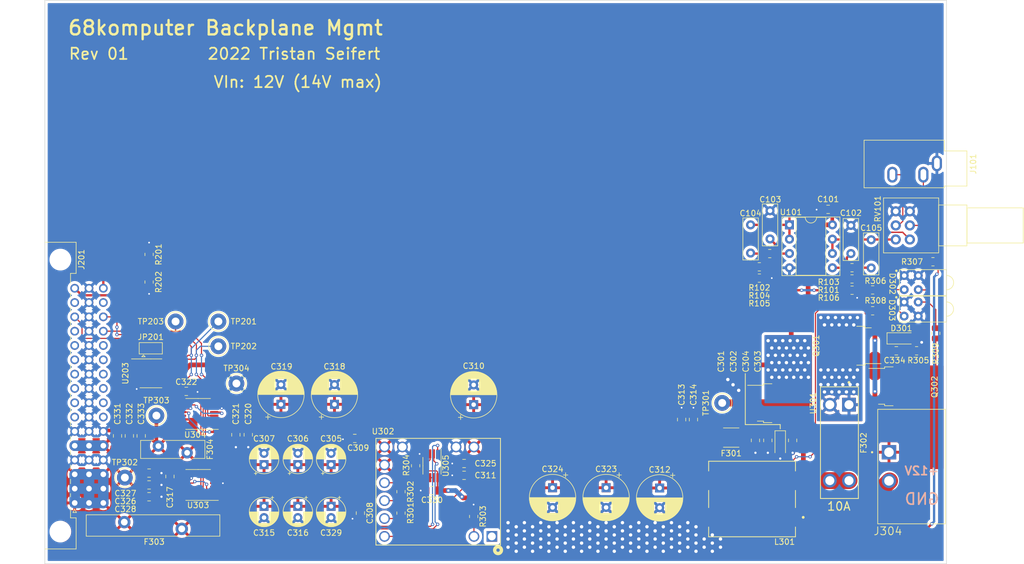
<source format=kicad_pcb>
(kicad_pcb (version 20211014) (generator pcbnew)
  (title_block (title "Backplane Management and Power") (date "2022-01-09") (rev "1") (company "Tristan Seifert") (comment 1 "Board should use 2oz copper"))
  (layers (0 "F.Cu" signal) (31 "B.Cu" signal) (34 "B.Paste" user) (35 "F.Paste" user) (36 "B.SilkS" user "B.Silkscreen") (37 "F.SilkS" user "F.Silkscreen") (38 "B.Mask" user) (39 "F.Mask" user) (44 "Edge.Cuts" user))
  (net 0 "")
  (net 1 "+5V")
  (net 2 "GND")
  (net 3 "+12V")
  (net 4 "+5VA")
  (net 5 "Net-(C105-Pad2)")
  (net 6 "Net-(C301-Pad2)")
  (net 7 "VBUS")
  (net 13 "/Backplane Connection/~{EXTRST}")
  (net 23 "Net-(JP201-Pad2)")
  (net 27 "Net-(R302-Pad2)")
  (net 28 "Net-(R302-Pad1)")
  (net 29 "Net-(R301-Pad1)")
  (net 30 "Net-(R303-Pad2)")
  (net 31 "/Power/+5V_PRE")
  (net 32 "/Power/+5V_POST")
  (net 33 "Net-(R304-Pad2)")
  (net 34 "/Power/12V_PRE")
  (net 35 "Net-(F302-Pad1)")
  (net 36 "Net-(D302-Pad2)")
  (net 37 "/SCL")
  (net 38 "/~{IRQ}")
  (net 39 "/SDA")
  (net 40 "Net-(D303-Pad2)")
  (net 41 "Net-(D303-Pad3)")
  (net 42 "/Power/VIn")
  (net 43 "Net-(D302-Pad1)")
  (net 44 "Net-(C102-Pad1)")
  (net 45 "Net-(C103-Pad1)")
  (net 46 "Net-(J101-PadT)")
  (net 47 "Net-(J101-PadR)")
  (net 48 "Net-(C104-Pad1)")
  (net 49 "Net-(C105-Pad1)")
  (net 50 "/SNDR")
  (net 51 "/SNDL")
  (net 52 "Net-(C334-Pad1)")
  (net 53 "Net-(C334-Pad2)")
  (net 54 "Net-(F302-Pad2)")
  (net 55 "Net-(L301-Pad1)")
  (net 56 "Net-(C104-Pad2)")
  (footprint "Capacitor_SMD:C_0805_2012Metric" (layer "F.Cu") (at 45 97.3 90)
    (fp_text reference "C332")
    (fp_text value "1µF" hide)
  )
  (footprint "Fuse:Fuse_Bourns_MF-RHT1300" (layer "F.Cu") (at 44.1 112.6)
    (fp_text reference "F303")
    (fp_text value "13A")
  )
  (footprint "Resistor_SMD:R_0805_2012Metric" (layer "F.Cu") (at 48.5 70 -90)
    (fp_text reference "R202")
    (fp_text value "100k" hide)
  )
  (footprint "Resistor_SMD:R_0805_2012Metric" (layer "F.Cu") (at 48.5 65.1 90)
    (fp_text reference "R201")
    (fp_text value "100k" hide)
  )
  (footprint "Capacitor_SMD:C_0805_2012Metric" (layer "F.Cu") (at 104.4 104.3 180)
    (fp_text reference "C311")
    (fp_text value "22µF" hide)
  )
  (footprint "Resistor_SMD:R_0805_2012Metric" (layer "F.Cu") (at 156.7875 67.3 180)
    (fp_text reference "R104")
    (fp_text value "9k1" hide)
  )
  (footprint "Resistor_SMD:R_0805_2012Metric" (layer "F.Cu") (at 176.9 75.1 180)
    (fp_text reference "R308")
    (fp_text value "1k5" hide)
  )
  (footprint "Resistor_SMD:R_0805_2012Metric" (layer "F.Cu") (at 93.2 107.2 90)
    (fp_text reference "R302")
    (fp_text value "169R" hide)
  )
  (footprint "68komputer-common:Texas_Instruments-PTH08T220WAD-Manufacturer_Recommended" (layer "F.Cu") (at 99.8 107.2 180)
    (fp_text reference "U302")
    (fp_text value "PTH08T220" hide)
  )
  (footprint "Resistor_SMD:R_0805_2012Metric" (layer "F.Cu") (at 106.1 111.6 -90)
    (fp_text reference "R303")
    (fp_text value "10k" hide)
  )
  (footprint "Capacitor_SMD:C_0805_2012Metric" (layer "F.Cu") (at 63.9 97.1 -90)
    (fp_text reference "C321")
    (fp_text value "100nF" hide)
  )
  (footprint "TestPoint:TestPoint_Loop_D2.60mm_Drill1.4mm_Beaded" (layer "F.Cu") (at 60.8 81.4 180)
    (fp_text reference "TP202")
    (fp_text value "SDA")
  )
  (footprint "Package_TO_SOT_SMD:TO-252-2" (layer "F.Cu") (at 160 91.5)
    (fp_text reference "U301")
    (fp_text value "AZ1117CD-5.0" hide)
  )
  (footprint "Capacitor_THT:CP_Radial_D5.0mm_P2.00mm" (layer "F.Cu") (at 74.9 109.8 -90)
    (fp_text reference "C316")
    (fp_text value "100µF" hide)
  )
  (footprint "Capacitor_THT:C_Rect_L7.2mm_W2.5mm_P5.00mm_FKS2_FKP2_MKS2_MKP2" (layer "F.Cu") (at 155.2375 64.85 90)
    (fp_text reference "C104")
    (fp_text value "1nF" hide)
  )
  (footprint "Fuse:Fuse_1812_4532Metric" (layer "F.Cu") (at 151.8 97.6)
    (fp_text reference "F301")
    (fp_text value "100mA")
  )
  (footprint "Capacitor_SMD:C_0805_2012Metric" (layer "F.Cu") (at 48.5 108.1)
    (fp_text reference "C328")
    (fp_text value "4.7µF" hide)
  )
  (footprint "68komputer-common:H201Cxx" (layer "F.Cu") (at 190 70.1 -90)
    (fp_text reference "D302")
    (fp_text value "G/G")
  )
  (footprint "TestPoint:TestPoint_Loop_D2.60mm_Drill1.4mm_Beaded" (layer "F.Cu") (at 60.8 77 180)
    (fp_text reference "TP201")
    (fp_text value "SCL")
  )
  (footprint "LOGO" (layer "F.Cu") (at 51.5 32.5)
    (fp_text reference "G***" hide)
    (fp_text value "LOGO" hide)
  )
  (footprint "68komputer-common:TDK-ACM1513-0-0-MFG" (layer "F.Cu") (at 155.5 108.5 180)
    (fp_text reference "L301")
    (fp_text value "Choke" hide)
  )
  (footprint "Package_TO_SOT_SMD:TO-252-2" (layer "F.Cu") (at 181.5 88.5)
    (fp_text reference "Q302")
    (fp_text value "SUD19P06-60" hide)
  )
  (footprint "Capacitor_THT:CP_Radial_D5.0mm_P2.00mm" (layer "F.Cu") (at 80.8 102.4 90)
    (fp_text reference "C305")
    (fp_text value "100µF" hide)
  )
  (footprint "Resistor_SMD:R_0805_2012Metric" (layer "F.Cu") (at 188.1 79.1 -90)
    (fp_text reference "R309")
    (fp_text value "1k5" hide)
  )
  (footprint "Capacitor_THT:CP_Radial_D8.0mm_P3.50mm" (layer "F.Cu") (at 139.1 106.547349 -90)
    (fp_text reference "C312")
    (fp_text value "330µF" hide)
  )
  (footprint "Resistor_SMD:R_0805_2012Metric" (layer "F.Cu") (at 173.25 71.45)
    (fp_text reference "R106")
    (fp_text value "100k" hide)
  )
  (footprint "TestPoint:TestPoint_Loop_D2.60mm_Drill1.4mm_Beaded" (layer "F.Cu") (at 49.8 93.7)
    (fp_text reference "TP303")
    (fp_text value "+12V")
  )
  (footprint "Capacitor_THT:CP_Radial_D5.0mm_P2.00mm" (layer "F.Cu") (at 74.9 102.4 90)
    (fp_text reference "C306")
    (fp_text value "100µF" hide)
  )
  (footprint "Resistor_SMD:R_0805_2012Metric" (layer "F.Cu") (at 158.6375 64.95)
    (fp_text reference "R102")
    (fp_text value "9k1" hide)
  )
  (footprint "Capacitor_THT:CP_Radial_D8.0mm_P3.50mm" (layer "F.Cu") (at 71.9 91.7 90)
    (fp_text reference "C319")
    (fp_text value "100µF" hide)
  )
  (footprint "Capacitor_THT:CP_Radial_D8.0mm_P3.50mm" (layer "F.Cu") (at 106.1 91.752651 90)
    (fp_text reference "C310")
    (fp_text value "330µF" hide)
  )
  (footprint "Resistor_SMD:R_0805_2012Metric" (layer "F.Cu") (at 93.2 111 90)
    (fp_text reference "R301")
    (fp_text value "20k5" hide)
  )
  (footprint "Capacitor_SMD:C_0805_2012Metric" (layer "F.Cu") (at 47.1 97.3 90)
    (fp_text reference "C333")
    (fp_text value "4.7µF" hide)
  )
  (footprint "Package_SO:MSOP-8_3x3mm_P0.65mm" (layer "F.Cu") (at 98.7 102.6 -90)
    (fp_text reference "U305")
    (fp_text value "AT30TS74" hide)
  )
  (footprint "Connector_DIN:DIN41612_C2_3x16_Male_Horizontal_THT" (layer "F.Cu") (at 35.3 109.2 90)
    (fp_text reference "J201")
    (fp_text value "Backplane" hide)
  )
  (footprint "Capacitor_SMD:C_0805_2012Metric" (layer "F.Cu") (at 145.1 94.4 90)
    (fp_text reference "C314")
    (fp_text value "100nF" hide)
  )
  (footprint "Package_SO:TSSOP-16_4.4x5mm_P0.65mm" (layer "F.Cu") (at 57.2 93.4 180)
    (fp_text reference "U304")
    (fp_text value "INA260")
  )
  (footprint "Capacitor_THT:CP_Radial_D5.0mm_P2.00mm" (layer "F.Cu") (at 68.9 102.4 90)
    (fp_text reference "C307")
    (fp_text value "100µF" hide)
  )
  (footprint "Capacitor_SMD:C_0805_2012Metric" (layer "F.Cu") (at 143 94.4 90)
    (fp_text reference "C313")
    (fp_text value "1µF" hide)
  )
  (footprint "TestPoint:TestPoint_Loop_D2.60mm_Drill1.4mm_Beaded" (layer "F.Cu") (at 53.2 77 180)
    (fp_text reference "TP203")
    (fp_text value "~{IRQ}")
  )
  (footprint "Fuse:Fuse_Bourns_MF-RHT500" (layer "F.Cu") (at 50.15 99.1)
    (fp_text reference "F304")
    (fp_text value "5A")
  )
  (footprint "Resistor_SMD:R_0805_2012Metric" (layer "F.Cu") (at 173.2375 69.45 180)
    (fp_text reference "R101")
    (fp_text value "9k1" hide)
  )
  (footprint "Jumper:SolderJumper-3_P1.3mm_Bridged2Bar12_Pad1.0x1.5mm" (layer "F.Cu") (at 48.8 81.7575)
    (fp_text reference "JP201")
    (fp_text value "WP")
  )
  (footprint "Capacitor_SMD:C_0805_2012Metric" (layer "F.Cu") (at 52.2 104.5 -90)
    (fp_text reference "C317")
    (fp_text value "100nF" hide)
  )
  (footprint "TestPoint:TestPoint_Loop_D2.60mm_Drill1.4mm_Beaded" (layer "F.Cu") (at 44.2 104.7)
    (fp_text reference "TP302")
    (fp_text value "+5V")
  )
  (footprint "Capacitor_SMD:C_0805_2012Metric" (layer "F.Cu") (at 181.1 82.2)
    (fp_text reference "C334")
    (fp_text value "1nF" hide)
  )
  (footprint "Capacitor_SMD:C_0805_2012Metric" (layer "F.Cu") (at 55.1 89.4)
    (fp_text reference "C322")
    (fp_text value "100nF" hide)
  )
  (footprint "Capacitor_SMD:C_0805_2012Metric" (layer "F.Cu") (at 158.3 98.1 90)
    (fp_text reference "C302")
    (fp_text value "1µF" hide)
  )
  (footprint "Capacitor_SMD:C_0805_2012Metric" (layer "F.Cu") (at 156.1 98.1 90)
    (fp_text reference "C301")
    (fp_text value "10µF" hide)
  )
  (footprint "Capacitor_SMD:C_0805_2012Metric" (layer "F.Cu") (at 98.7 107 180)
    (fp_text reference "C330")
    (fp_text value "100nF" hide)
  )
  (footprint "Capacitor_THT:CP_Radial_D8.0mm_P3.50mm" (layer "F.Cu") (at 81.4 91.7 90)
    (fp_text reference "C318")
    (fp_text value "100µF" hide)
  )
  (footprint "Capacitor_SMD:C_0805_2012Metric" (layer "F.Cu") (at 48.5 106)
    (fp_text reference "C326")
    (fp_text value "100nF" hide)
  )
  (footprint "68komputer-common:Keystone-3557-2-0" (layer "F.Cu") (at 171 98.5 -90)
    (fp_text reference "F302")
    (fp_text value "10A")
  )
  (footprint "Capacitor_SMD:C_0805_2012Metric" (layer "F.Cu") (at 162.7 98.1 -90)
    (fp_text reference "C303")
    (fp_text value "4.7µF" hide)
  )
  (footprint "Potentiometer_THT:Potentiometer_Alps_RK097_Dual_Horizontal" (layer "F.Cu") (at 183.5 62.45)
    (fp_text reference "RV101")
    (fp_text value "10k")
  )
  (footprint "Capacitor_SMD:C_0805_2012Metric" (layer "F.Cu") (at 85 97.75 180)
    (fp_text reference "C309")
    (fp_text value "100nF" hide)
  )
  (footprint "Package_DIP:DIP-8_W7.62mm_Socket" (layer "F.Cu") (at 162.1375 59.85)
    (fp_text reference "U101")
    (fp_text value "LM833")
  )
  (footprint "Resistor_SMD:R_0805_2012Metric" (layer "F.Cu") (at 176.9 71.4 180)
    (fp_text reference "R306")
    (fp_text value "750R" hide)
  )
  (footprint "Package_SO:TSSOP-16_4.4x5mm_P0.65mm" (layer "F.Cu") (at 57.2 106 180)
    (fp_text reference "U303")
    (fp_text value "INA260")
  )
  (footprint "Capacitor_SMD:C_0805_2012Metric" (layer "F.Cu") (at 169 57.1 180)
    (fp_text reference "C101")
    (fp_text value "100nF" hide)
  )
  (footprint "Resistor_SMD:R_0805_2012Metric" (layer "F.Cu") (at 156.8 69.3)
    (fp_text reference "R105")
    (fp_text value "100k" hide)
  )
  (footprint "Resistor_SMD:R_0805_2012Metric" (layer "F.Cu") (at 173.2375 67.45 180)
    (fp_text reference "R103")
    (fp_text value "9k1" hide)
  )
  (footprint "Capacitor_THT:C_Rect_L7.2mm_W2.5mm_P5.00mm_FKS2_FKP2_MKS2_MKP2" (layer "F.Cu") (at 173.0375 64.95 90)
    (fp_text reference "C102")
    (fp_text value "1nF" hide)
  )
  (footprint "Capacitor_THT:CP_Radial_D5.0mm_P2.00mm" (layer "F.Cu") (at 80.8 109.8 -90)
    (fp_text reference "C329")
    (fp_text value "100µF" hide)
  )
  (footprint "Capacitor_SMD:C_0805_2012Metric" (layer "F.Cu") (at 86 111 -90)
    (fp_text reference "C308")
    (fp_text value "1µF" hide)
  )
  (footprint "Capacitor_SMD:C_0805_2012Metric" (layer "F.Cu") (at 42.9 97.3 90)
    (fp_text reference "C331")
    (fp_text value "100nF" hide)
  )
  (footprint "Resistor_SMD:R_0805_2012Metric" (layer "F.Cu") (at 187.6 66.4)
    (fp_text reference "R307")
    (fp_text value "750R" hide)
  )
  (footprint "Capacitor_Tantalum_SMD:CP_EIA-3216-18_Kemet-A" (layer "F.Cu") (at 160.5 98.7 -90)
    (fp_text reference "C304")
    (fp_text value "10µF" hide)
  )
  (footprint "68komputer-common:H201Cxx" (layer "F.Cu") (at 189.986 74.8 -90)
    (fp_text reference "D303")
    (fp_text value "R/G")
  )
  (footprint "Package_TO_SOT_SMD:TO-252-2" (layer "F.Cu") (at 173.1 81.3 180)
    (fp_text reference "Q301")
    (fp_text value "SUD19P06-60" hide)
  )
  (footprint "Capacitor_THT:C_Rect_L7.2mm_W2.5mm_P5.00mm_FKS2_FKP2_MKS2_MKP2" (layer "F.Cu") (at 158.6875 62.35 90)
    (fp_text reference "C103")
    (fp_text value "1nF" hide)
  )
  (footprint "Capacitor_SMD:C_0805_2012Metric" (layer "F.Cu") (at 104.4 102.2 180)
    (fp_text reference "C325")
    (fp_text value "100nF" hide)
  )
  (footprint "68komputer-common:CUI_TBP01R1W-508-02BE" (layer "F.Cu") (at 179.8 100.2 -90)
    (fp_text reference "J304")
    (fp_text value "VIn")
  )
  (footprint "TestPoint:TestPoint_Loop_D2.60mm_Drill1.4mm_Beaded" (layer "F.Cu") (at 150.2 91.45 -90)
    (fp_text reference "TP301")
    (fp_text value "+5VA")
  )
  (footprint "Resistor_SMD:R_0805_2012Metric" (layer "F.Cu") (at 95.8 102.6 90)
    (fp_text reference "R304")
    (fp_text value "10k" hide)
  )
  (footprint "Capacitor_SMD:C_0805_2012Metric" (layer "F.Cu") (at 66.1 97.1 -90)
    (fp_text reference "C320")
    (fp_text value "1µF" hide)
  )
  (footprint "Resistor_SMD:R_0805_2012Metric" (layer "F.Cu") (at 184.7 82.2)
    (fp_text reference "R305")
    (fp_text value "1M" hide)
  )
  (footprint "Capacitor_THT:C_Rect_L7.2mm_W2.5mm_P5.00mm_FKS2_FKP2_MKS2_MKP2" (layer "F.Cu") (at 176.6375 67.5 90)
    (fp_text reference "C105")
    (fp_text value "1nF" hide)
  )
  (footprint "Capacitor_SMD:C_0805_2012Metric" (layer "F.Cu") (at 48.5 103.9)
    (fp_text reference "C327")
    (fp_text value "1µF" hide)
  )
  (footprint "Diode_SMD:D_MiniMELF" (layer "F.Cu") (at 182 80)
    (fp_text reference "D301")
    (fp_text value "12V" hide)
  )
  (footprint "Package_SO:SOIC-8_3.9x4.9mm_P1.27mm" (layer "F.Cu") (at 48.825 86.2)
    (fp_text reference "U203")
    (fp_text value "AT24CS32-SSHM" hide)
  )
  (footprint "Capacitor_THT:CP_Radial_D5.0mm_P2.00mm" (layer "F.Cu") (at 68.9 109.8 -90)
    (fp_text reference "C315")
    (fp_text value "100µF" hide)
  )
  (footprint "Capacitor_THT:CP_Radial_D8.0mm_P3.50mm" (layer "F.Cu") (at 120.1 106.5 -90)
    (fp_text reference "C324")
    (fp_text value "330µF" hide)
  )
  (footprint "Capacitor_THT:CP_Radial_D8.0mm_P3.50mm" (layer "F.Cu") (at 129.6 106.5 -90)
    (fp_text reference "C323")
    (fp_text value "330µF" hide)
  )
  (footprint "TestPoint:TestPoint_Loop_D2.60mm_Drill1.4mm_Beaded" (layer "F.Cu") (at 64 88 180)
    (fp_text reference "TP304")
    (fp_text value "GND")
  )
  (footprint "Connector_Audio:Jack_3.5mm_CUI_SJ1-3533NG_Horizontal" (layer "F.Cu") (at 188.3 48.95 -90)
    (fp_text reference "J101")
    (fp_text value "AudioJack3")
  )
  (gr_line (start 154.3 86.25) (end 154.3 95.3) (layer "F.SilkS") (width 0.15))
  (gr_line (start 160.5 95.3) (end 160.5 96.05) (layer "F.SilkS") (width 0.15))
  (gr_line (start 154.3 95.3) (end 160.5 95.3) (layer "F.SilkS") (width 0.15))
  (gr_line (start 30 120) (end 30 20) (layer "Edge.Cuts") (width 0.1))
  (gr_line (start 190 120) (end 30 120) (layer "Edge.Cuts") (width 0.1))
  (gr_line (start 190 20) (end 190 120) (layer "Edge.Cuts") (width 0.1))
  (gr_line (start 30 20) (end 190 20) (layer "Edge.Cuts") (width 0.1))
  (gr_text "+12V" (at 182.4 103.5) (layer "B.SilkS") (effects (font (size 1.5 1.5) (thickness 0.3)) (justify right mirror)))
  (gr_text "GND" (at 182.4 108.5) (layer "B.SilkS") (effects (font (size 2 2) (thickness 0.3)) (justify right mirror)))
  (gr_text "68komputer Backplane Mgmt" (at 33.9 24.9) (layer "F.SilkS") (effects (font (size 2.54 2.54) (thickness 0.42)) (justify left)))
  (gr_text "2022 Tristan Seifert" (at 89.7 29.5) (layer "F.SilkS") (effects (font (size 2 2) (thickness 0.3)) (justify right)))
  (gr_text "VIn: 12V (14V max)" (at 90 34.5) (layer "F.SilkS") (effects (font (size 2 2) (thickness 0.3)) (justify right)))
  (gr_text "Rev 01" (at 34.1 29.5) (layer "F.SilkS") (effects (font (size 2 2) (thickness 0.3)) (justify left)))
  (segment (start 110.6 118.2) (end 111.4 119) (width 0.4064) (layer "F.Cu") (net 1))
  (segment (start 179.8 119) (end 181.3 119) (width 0.4064) (layer "F.Cu") (net 1))
  (segment (start 49.7 118.2) (end 110.6 118.2) (width 0.4064) (layer "F.Cu") (net 1))
  (segment (start 44.1 112.6) (end 49.7 118.2) (width 0.4064) (layer "F.Cu") (net 1))
  (segment (start 188.5125 68.3875) (end 188.3 68.6) (width 0.2032) (layer "F.Cu") (net 1))
  (segment (start 188.5125 66.4) (end 188.5125 68.3875) (width 0.2032) (layer "F.Cu") (net 1))
  (segment (start 185.4 114.9) (end 187.4 112.9) (width 0.4064) (layer "F.Cu") (net 1))
  (segment (start 111.4 119) (end 179.8 119) (width 0.4064) (layer "F.Cu") (net 1))
  (segment (start 181.3 119) (end 185.4 114.9) (width 0.4064) (layer "F.Cu") (net 1))
  (via (at 187.4 112.9) (size 0.6) (drill 0.3) (layers "F.Cu" "B.Cu") (net 1))
  (via (at 188.3 68.6) (size 0.6) (drill 0.3) (layers "F.Cu" "B.Cu") (net 1))
  (segment (start 35.3 106.66) (end 40.36 106.66) (width 1.8796) (layer "B.Cu") (net 1))
  (segment (start 40.38 109.2) (end 35.3 109.2) (width 1.8796) (layer "B.Cu") (net 1))
  (segment (start 37.84 104.12) (end 37.84 109.26) (width 1.8796) (layer "B.Cu") (net 1))
  (segment (start 35.3 104.12) (end 40.38 104.12) (width 1.8796) (layer "B.Cu") (net 1))
  (segment (start 187.8 112.5) (end 187.4 112.9) (width 0.4064) (layer "B.Cu") (net 1))
  (segment (start 37.84 109.26) (end 37.8 109.3) (width 1.8796) (layer "B.Cu") (net 1))
  (segment (start 35.3 109.2) (end 35.3 104.2) (width 1.8796) (layer "B.Cu") (net 1))
  (segment (start 187.8 69.1) (end 187.8 112.5) (width 0.4064) (layer "B.Cu") (net 1))
  (segment (start 40.38 109.2) (end 40.38 104.22) (width 1.8796) (layer "B.Cu") (net 1))
  (segment (start 188.3 68.6) (end 187.8 69.1) (width 0.4064) (layer "B.Cu") (net 1))
  (segment (start 40.38 104.22) (end 40.4 104.2) (width 1.8796) (layer "B.Cu") (net 1))
  (segment (start 160.5 99.875) (end 160.5 101.325) (width 0.8382) (layer "F.Cu") (net 2))
  (segment (start 55.775 105.025) (end 56 104.8) (width 0.4064) (layer "F.Cu") (net 2))
  (segment (start 56.15 89.5) (end 57.1 89.5) (width 0.635) (layer "F.Cu") (net 2))
  (segment (start 58.975 92.425) (end 58.9 92.5) (width 0.2032) (layer "F.Cu") (net 2))
  (segment (start 49.45 103.9) (end 50.7 103.9) (width 0.8382) (layer "F.Cu") (net 2))
  (segment (start 155.8 89.22) (end 153.13 89.22) (width 1.27) (layer "F.Cu") (net 2))
  (segment (start 153.13 89.22) (end 153.12 89.22) (width 1.27) (layer "F.Cu") (net 2))
  (segment (start 97.695 100.525) (end 96.525 100.525) (width 0.254) (layer "F.Cu") (net 2))
  (segment (start 58.9 92.5) (end 58.9 93.6) (width 0.2032) (layer "F.Cu") (net 2))
  (segment (start 46.36 83.9) (end 46.35 83.89) (width 0.2032) (layer "F.Cu") (net 2))
  (segment (start 97.725 106.975) (end 97.75 107) (width 0.254) (layer "F.Cu") (net 2))
  (segment (start 54.3375 105.025) (end 55.775 105.025) (width 0.4064) (layer "F.Cu") (net 2))
  (segment (start 48.5 64.1875) (end 48.5 63) (width 0.2032) (layer "F.Cu") (net 2))
  (segment (start 185.6125 82.2) (end 185.6125 80.7125) (width 0.8382) (layer "F.Cu") (net 2))
  (segment (start 152.125 88.225) (end 151.2 87.3) (width 1.27) (layer "F.Cu") (net 2))
  (segment (start 60.0625 105.675) (end 61.575 105.675) (width 0.4064) (layer "F.Cu") (net 2))
  (segment (start 47.3 83.9) (end 46.36 83.9) (width 0.2032) (layer "F.Cu") (net 2))
  (segment (start 42.9 96.35) (end 40.53 96.35) (width 0.635) (layer "F.Cu") (net 2))
  (segment (start 60.0625 106.325) (end 60.0625 105.025) (width 0.4064) (layer "F.Cu") (net 2))
  (segment (start 86 111.95) (end 84.65 111.95) (width 0.635) (layer "F.Cu") (net 2))
  (segment (start 185.6125 80.7125) (end 185.6 80.7) (width 0.8382) (layer "F.Cu") (net 2))
  (segment (start 49.45 106) (end 50.7 106) (width 0.8382) (layer "F.Cu") (net 2))
  (segment (start 47.5 81.2575) (end 47.5 83.7) (width 0.2032) (layer "F.Cu") (net 2))
  (segment (start 61.375 92.425) (end 61.4 92.4) (width 0.2032) (layer "F.Cu") (net 2))
  (segment (start 157.7125 69.3) (end 159 69.3) (width 0.254) (layer "F.Cu") (net 2))
  (segment (start 97.725 104.7125) (end 97.725 106.975) (width 0.254) (layer "F.Cu") (net 2))
  (segment (start 106.1 110.8875) (end 106.1 109.5) (width 0.2032) (layer "F.Cu") (net 2))
  (segment (start 103.45 104.3) (end 102.3 104.3) (width 0.254) (layer "F.Cu") (net 2))
  (segment (start 153.12 89.22) (end 152.125 88.225) (width 1.27) (layer "F.Cu") (net 2))
  (segment (start 143 93.45) (end 143 92.3) (width 0.635) (layer "F.Cu") (net 2))
  (segment (start 46.35 83.89) (end 46.35 88.105) (width 0.2032) (layer "F.Cu") (net 2))
  (segment (start 158.3 99.05) (end 158.3 100.3) (width 0.8382) (layer "F.Cu") (net 2))
  (segment (start 145.1 93.45) (end 145.1 92.3) (width 0.635) (layer "F.Cu") (net 2))
  (segment (start 63.9 98.05) (end 63.9 99.3) (width 0.8382) (layer "F.Cu") (net 2))
  (segment (start 99.025 104.7125) (end 97.725 104.7125) (width 0.2032) (layer "F.Cu") (net 2))
  (segment (start 84.05 97.9) (end 82.9 97.9) (width 0.635) (layer "F.Cu") (net 2))
  (segment (start 60.0625 92.425) (end 58.975 92.425) (width 0.2032) (layer "F.Cu") (net 2))
  (segment (start 55.825 92.425) (end 54.3375 92.425) (width 0.4064) (layer "F.Cu") (net 2))
  (segment (start 168 57.1375) (end 166.9625 57.1375) (width 0.635) (layer "F.Cu") (net 2))
  (segment (start 51.25 105.45) (end 50.7 106) (width 0.4064) (layer "F.Cu") (net 2))
  (segment (start 103.45 102.2) (end 102.3 102.2) (width 0.254) (layer "F.Cu") (net 2))
  (segment (start 47.5 83.7) (end 47.3 83.9) (width 0.2032) (layer "F.Cu") (net 2))
  (segment (start 66.1 98.05) (end 66.1 99.3) (width 0.8382) (layer "F.Cu") (net 2))
  (segment (start 174.15 72.8) (end 174.15 71.4625) (width 0.254) (layer "F.Cu") (net 2))
  (segment (start 40.53 96.35) (end 40.38 96.5) (width 0.635) (layer "F.Cu") (net 2))
  (segment (start 52.2 105.45) (end 51.25 105.45) (width 0.4064) (layer "F.Cu") (net 2))
  (segment (start 174.15 71.4625) (end 174.1625 71.45) (width 0.254) (layer "F.Cu") (net 2))
  (segment (start 46.35 88.09) (end 46.3 88.14) (width 0.635) (layer "F.Cu") (net 2))
  (segment (start 60.0625 92.425) (end 61.375 92.425) (width 0.2032) (layer "F.Cu") (net 2))
  (segment (start 46.3 88.14) (end 46.3 89) (width 0.635) (layer "F.Cu") (net 2))
  (segment (start 58.9 93.6) (end 59.025 93.725) (width 0.2032) (layer "F.Cu") (net 2))
  (segment (start 84.65 111.95) (end 84.6 112) (width 0.635) (layer "F.Cu") (net 2))
  (segment (start 61.575 105.675) (end 61.6 105.7) (width 0.4064) (layer "F.Cu") (net 2))
  (segment (start 156.1 99.05) (end 156.1 100.3) (width 0.8382) (layer "F.Cu") (net 2))
  (segment (start 47.1 96.35) (end 42.9 96.35) (width 0.635) (layer "F.Cu") (net 2))
  (segment (start 162.7 99.05) (end 162.7 100.3) (width 0.8382) (layer "F.Cu") (net 2))
  (segment (start 56.05 89.4) (end 56.15 89.5) (width 0.635) (layer "F.Cu") (net 2))
  (segment (start 97.95 107) (end 96.8 107) (width 0.254) (layer "F.Cu") (net 2))
  (segment (start 48.5 70.9125) (end 48.5 72.1) (width 0.2032) (layer "F.Cu") (net 2))
  (segment (start 59.025 93.725) (end 60.0625 93.725) (width 0.2032) (layer "F.Cu") (net 2))
  (segment (start 55.85 92.4) (end 55.825 92.425) (width 0.4064) (layer "F.Cu") (net 2))
  (segment (start 49.45 108.1) (end 50.7 108.1) (width 0.8382) (layer "F.Cu") (net 2))
  (segment (start 166.9625 57.1375) (end 166.95 57.15) (width 0.635) (layer "F.Cu") (net 2))
  (via (at 61.6 105.7) (size 0.6) (drill 0.3) (layers "F.Cu" "B.Cu") (net 2))
  (via (at 132.5 112.7) (size 1.2) (drill 0.6) (layers "F.Cu" "B.Cu") (net 2))
  (via (at 50.7 103.9) (size 0.8) (drill 0.4) (layers "F.Cu" "B.Cu") (net 2))
  (via (at 126.7 115.6) (size 1.2) (drill 0.6) (layers "F.Cu" "B.Cu") (net 2))
  (via (at 84.6 112) (size 0.6) (drill 0.3) (layers "F.Cu" "B.Cu") (net 2))
  (via (at 122.35 113.425) (size 1.2) (drill 0.6) (layers "F.Cu" "B.Cu") (net 2))
  (via (at 119.45 113.425) (size 1.2) (drill 0.6) (layers "F.Cu" "B.Cu") (net 2))
  (via (at 142.65 117.775) (size 1.2) (drill 0.6) (layers "F.Cu" "B.Cu") (net 2))
  (via (at 112.2 112.7) (size 1.2) (drill 0.6) (layers "F.Cu" "B.Cu") (net 2))
  (via (at 139.75 114.875) (size 1.2) (drill 0.6) (layers "F.Cu" "B.Cu") (net 2))
  (via (at 141.2 115.6) (size 1.2) (drill 0.6) (layers "F.Cu" "B.Cu") (net 2))
  (via (at 50.7 106) (size 0.8) (drill 0.4) (layers "F.Cu" "B.Cu") (net 2))
  (via (at 144.1 112.7) (size 1.2) (drill 0.6) (layers "F.Cu" "B.Cu") (net 2))
  (via (at 125.25 116.325) (size 1.2) (drill 0.6) (layers "F.Cu" "B.Cu") (net 2))
  (via (at 185.6 80.7) (size 1) (drill 0.5) (layers "F.Cu" "B.Cu") (net 2))
  (via (at 63.9 99.3) (size 0.8) (drill 0.4) (layers "F.Cu" "B.Cu") (net 2))
  (via (at 113.65 114.875) (size 1.2) (drill 0.6) (layers "F.Cu" "B.Cu") (net 2))
  (via (at 128.15 113.425) (size 1.2) (drill 0.6) (layers "F.Cu" "B.Cu") (net 2))
  (via (at 135.4 115.6) (size 1.2) (drill 0.6) (layers "F.Cu" "B.Cu") (net 2))
  (via (at 61.4 92.4) (size 0.6) (drill 0.3) (layers "F.Cu" "B.Cu") (net 2))
  (via (at 145.55 117.775) (size 1.2) (drill 0.6) (layers "F.Cu" "B.Cu") (net 2))
  (via (at 102.3 104.3) (size 0.6) (drill 0.3) (layers "F.Cu" "B.Cu") (net 2))
  (via (at 102.3 102.2) (size 0.6) (drill 0.3) (layers "F.Cu" "B.Cu") (net 2))
  (via (at 138.3 112.7) (size 1.2) (drill 0.6) (layers "F.Cu" "B.Cu") (net 2))
  (via (at 113.65 117.775) (size 1.2) (drill 0.6) (layers "F.Cu" "B.Cu") (net 2))
  (via (at 136.85 117.775) (size 1.2) (drill 0.6) (layers "F.Cu" "B.Cu") (net 2))
  (via (at 82.9 97.9) (size 0.6) (drill 0.3) (layers "F.Cu" "B.Cu") (net 2))
  (via (at 153.13 89.22) (size 1.2) (drill 0.6) (layers "F.Cu" "B.Cu") (net 2))
  (via (at 118 117.05) (size 1.2) (drill 0.6) (layers "F.Cu" "B.Cu") (net 2))
  (via (at 147 115.6) (size 1.2) (drill 0.6) (layers "F.Cu" "B.Cu") (net 2))
  (via (at 119.45 117.775) (size 1.2) (drill 0.6) (layers "F.Cu" "B.Cu") (net 2))
  (via (at 149.9 117.05) (size 1.2) (drill 0.6) (layers "F.Cu" "B.Cu") (net 2))
  (via (at 115.1 115.6) (size 1.2) (drill 0.6) (layers "F.Cu" "B.Cu") (net 2))
  (via (at 122.35 114.875) (size 1.2) (drill 0.6) (layers "F.Cu" "B.Cu") (net 2))
  (via (at 126.7 114.15) (size 1.2) (drill 0.6) (layers "F.Cu" "B.Cu") (net 2))
  (via (at 66.1 99.3) (size 0.8) (drill 0.4) (layers "F.Cu" "B.Cu") (net 2))
  (via (at 46.3 88.98) (size 0.6) (drill 0.3) (layers "F.Cu" "B.Cu") (net 2))
  (via (at 145.1 92.3) (size 0.6) (drill 0.3) (layers "F.Cu" "B.Cu") (net 2))
  (via (at 136.85 113.425) (size 1.2) (drill 0.6) (layers "F.Cu" "B.Cu") (net 2))
  (via (at 125.25 113.425) (size 1.2) (drill 0.6) (layers "F.Cu" "B.Cu") (net 2))
  (via (at 112.2 117.05) (size 1.2) (drill 0.6) (layers "F.Cu" "B.Cu") (net 2))
  (via (at 119.45 114.875) (size 1.2) (drill 0.6) (layers "F.Cu" "B.Cu") (net 2))
  (via (at 159 69.3) (size 0.6) (drill 0.3) (layers "F.Cu" "B.Cu") (net 2))
  (via (at 131.05 116.325) (size 1.2) (drill 0.6) (layers "F.Cu" "B.Cu") (net 2))
  (via (at 142.65 114.875) (size 1.2) (drill 0.6) (layers "F.Cu" "B.Cu") (net 2))
  (via (at 125.25 117.775) (size 1.2) (drill 0.6) (layers "F.Cu" "B.Cu") (net 2))
  (via (at 138.3 117.05) (size 1.2) (drill 0.6) (layers "F.Cu" "B.Cu") (net 2))
  (via (at 56 104.8) (size 0.6) (drill 0.3) (layers "F.Cu" "B.Cu") (net 2))
  (via (at 147 117.05) (size 1.2) (drill 0.6) (layers "F.Cu" "B.Cu") (net 2))
  (via (at 116.55 117.775) (size 1.2) (drill 0.6) (layers "F.Cu" "B.Cu") (net 2))
  (via (at 129.6 112.7) (size 1.2) (drill 0.6) (layers "F.Cu" "B.Cu") (net 2))
  (via (at 156.1 100.3) (size 0.8) (drill 0.4) (layers "F.Cu" "B.Cu") (net 2))
  (via (at 48.5 72.1) (size 0.6) (drill 0.3) (layers "F.Cu" "B.Cu") (net 2))
  (via (at 139.75 113.425) (size 1.2) (drill 0.6) (layers "F.Cu" "B.Cu") (net 2))
  (via (at 138.3 114.15) (size 1.2) (drill 0.6) (layers "F.Cu" "B.Cu") (net 2))
  (via (at 136.85 116.325) (size 1.2) (drill 0.6) (layers "F.Cu" "B.Cu") (net 2))
  (via (at 132.5 117.05) (size 1.2) (drill 0.6) (layers "F.Cu" "B.Cu") (net 2))
  (via (at 133.95 117.775) (size 1.2) (drill 0.6) (layers "F.Cu" "B.Cu") (net 2))
  (via (at 133.95 116.325) (size 1.2) (drill 0.6) (layers "F.Cu" "B.Cu") (net 2))
  (via (at 129.6 115.6) (size 1.2) (drill 0.6) (layers "F.Cu" "B.Cu") (net 2))
  (via (at 120.9 114.15) (size 1.2) (drill 0.6) (layers "F.Cu" "B.Cu") (net 2))
  (via (at 145.55 114.875) (size 1.2) (drill 0.6) (layers "F.Cu" "B.Cu") (net 2))
  (via (at 96.5 100.5) (size 0.6) (drill 0.3) (layers "F.Cu" "B.Cu") (net 2))
  (via (at 123.8 112.7) (size 1.2) (drill 0.6) (layers "F.Cu" "B.Cu") (net 2))
  (via (at 158.3 100.3) (size 0.8) (drill 0.4) (layers "F.Cu" "B.Cu") (net 2))
  (via (at 138.3 115.6) (size 1.2) (drill 0.6) (layers "F.Cu" "B.Cu") (net 2))
  (via (at 142.65 116.325) (size 1.2) (drill 0.6) (layers "F.Cu" "B.Cu") (net 2))
  (via (at 113.65 116.325) (size 1.2) (drill 0.6) (layers "F.Cu" "B.Cu") (net 2))
  (via (at 135.4 114.15) (size 1.2) (drill 0.6) (layers "F.Cu" "B.Cu") (net 2))
  (via (at 118 115.6) (size 1.2) (drill 0.6) (layers "F.Cu" "B.Cu") (net 2))
  (via (at 131.05 117.775) (size 1.2) (drill 0.6) (layers "F.Cu" "B.Cu") (net 2))
  (via (at 141.2 117.05) (size 1.2) (drill 0.6) (layers "F.Cu" "B.Cu") (net 2))
  (via (at 145.55 113.425) (size 1.2) (drill 0.6) (layers "F.Cu" "B.Cu") (net 2))
  (via (at 152.125 88.225) (size 1.2) (drill 0.6) (layers "F.Cu" "B.Cu") (net 2))
  (via (at 149.9 115.6) (size 1.2) (drill 0.6) (layers "F.Cu" "B.Cu") (net 2))
  (via (at 116.55 113.425) (size 1.2) (drill 0.6) (layers "F.Cu" "B.Cu") (net 2))
  (via (at 148.45 117.775) (size 1.2) (drill 0.6) (layers "F.Cu" "B.Cu") (net 2))
  (via (at 139.75 116.325) (size 1.2) (drill 0.6) (layers "F.Cu" "B.Cu") (net 2))
  (via (at 118 114.15) (size 1.2) (drill 0.6) (layers "F.Cu" "B.Cu") (net 2))
  (via (at 48.5 63) (size 0.6) (drill 0.3) (layers "F.Cu" "B.Cu") (net 2))
  (via (at 116.55 114.875) (size 1.2) (drill 0.6) (layers "F.Cu" "B.Cu") (net 2))
  (via (at 135.4 112.7) (size 1.2) (drill 0.6) (layers "F.Cu" "B.Cu") (net 2))
  (via (at 128.15 116.325) (size 1.2) (drill 0.6) (layers "F.Cu" "B.Cu") (net 2))
  (via (at 151.2 87.3) (size 1.2) (drill 0.6) (layers "F.Cu" "B.Cu") (net 2))
  (via (at 144.1 115.6) (size 1.2) (drill 0.6) (layers "F.Cu" "B.Cu") (net 2))
  (via (at 115.1 117.05) (size 1.2) (drill 0.6) (layers "F.Cu" "B.Cu") (net 2))
  (via (at 119.45 116.325) (size 1.2) (drill 0.6) (layers "F.Cu" "B.Cu") (net 2))
  (via (at 122.35 117.775) (size 1.2) (drill 0.6) (layers "F.Cu" "B.Cu") (net 2))
  (via (at 128.15 114.875) (size 1.2) (drill 0.6) (layers "F.Cu" "B.Cu") (net 2))
  (via (at 115.1 114.15) (size 1.2) (drill 0.6) (layers "F.Cu" "B.Cu") (net 2))
  (via (at 142.65 113.425) (size 1.2) (drill 0.6) (layers "F.Cu" "B.Cu") (net 2))
  (via (at 120.9 115.6) (size 1.2) (drill 0.6) (layers "F.Cu" "B.Cu") (net 2))
  (via (at 112.2 115.6) (size 1.2) (drill 0.6) (layers "F.Cu" "B.Cu") (net 2))
  (via (at 144.1 114.15) (size 1.2) (drill 0.6) (layers "F.Cu" "B.Cu") (net 2))
  (via (at 112.2 114.15) (size 1.2) (drill 0.6) (layers "F.Cu" "B.Cu") (net 2))
  (via (at 122.35 116.325) (size 1.2) (drill 0.6) (layers "F.Cu" "B.Cu") (net 2))
  (via (at 131.05 114.875) (size 1.2) (drill 0.6) (layers "F.Cu" "B.Cu") (net 2))
  (via (at 116.55 116.325) (size 1.2) (drill 0.6) (layers "F.Cu" "B.Cu") (net 2))
  (via (at 128.15 117.775) (size 1.2) (drill 0.6) (layers "F.Cu" "B.Cu") (net 2))
  (via (at 148.45 114.875) (size 1.2) (drill 0.6) (layers "F.Cu" "B.Cu") (net 2))
  (via (at 131.05 113.425) (size 1.2) (drill 0.6) (layers "F.Cu" "B.Cu") (net 2))
  (via (at 145.55 116.325) (size 1.2) (drill 0.6) (layers "F.Cu" "B.Cu") (net 2))
  (via (at 162.7 100.3) (size 0.8) (drill 0.4) (layers "F.Cu" "B.Cu") (net 2))
  (via (at 133.95 114.875) (size 1.2) (drill 0.6) (layers "F.Cu" "B.Cu") (net 2))
  (via (at 148.45 116.325) (size 1.2) (drill 0.6) (layers "F.Cu" "B.Cu") (net 2))
  (via (at 120.9 117.05) (size 1.2) (drill 0.6) (layers "F.Cu" "B.Cu") (net 2))
  (via (at 129.6 117.05) (size 1.2) (drill 0.6) (layers "F.Cu" "B.Cu") (net 2))
  (via (at 141.2 112.7) (size 1.2) (drill 0.6) (layers "F.Cu" "B.Cu") (net 2))
  (via (at 115.1 112.7) (size 1.2) (drill 0.6) (layers "F.Cu" "B.Cu") (net 2))
  (via (at 139.75 117.775) (size 1.2) (drill 0.6) (layers "F.Cu" "B.Cu") (net 2))
  (via (at 120.9 112.7) (size 1.2) (drill 0.6) (layers "F.Cu" "B.Cu") (net 2))
  (via (at 141.2 114.15) (size 1.2) (drill 0.6) (layers "F.Cu" "B.Cu") (net 2))
  (via (at 123.8 117.05) (size 1.2) (drill 0.6) (layers "F.Cu" "B.Cu") (net 2))
  (via (at 106.0875 109.4875) (size 0.6) (drill 0.3) (layers "F.Cu" "B.Cu") (net 2))
  (via (at 133.95 113.425) (size 1.2) (drill 0.6) (layers "F.Cu" "B.Cu") (net 2))
  (via (at 166.95 57.15) (size 0.6) (drill 0.3) (layers "F.Cu" "B.Cu") (net 2))
  (via (at 123.8 114.15) (size 1.2) (drill 0.6) (layers "F.Cu" "B.Cu") (net 2))
  (via (at 174.15 72.8) (size 0.6) (drill 0.3) (layers "F.Cu" "B.Cu") (net 2))
  (via (at 160.5 101.325) (size 0.8) (drill 0.4) (layers "F.Cu" "B.Cu") (net 2))
  (via (at 132.5 114.15) (size 1.2) (drill 0.6) (layers "F.Cu" "B.Cu") (net 2))
  (via (at 129.6 114.15) (size 1.2) (drill 0.6) (layers "F.Cu" "B.Cu") (net 2))
  (via (at 113.65 113.425) (size 1.2) (drill 0.6) (layers "F.Cu" "B.Cu") (net 2))
  (via (at 143 92.3) (size 0.6) (drill 0.3) (layers "F.Cu" "B.Cu") (net 2))
  (via (at 126.7 117.05) (size 1.2) (drill 0.6) (layers "F.Cu" "B.Cu") (net 2))
  (via (at 96.7 107) (size 0.6) (drill 0.3) (layers "F.Cu" "B.Cu") (net 2))
  (via (at 132.5 115.6) (size 1.2) (drill 0.6) (layers "F.Cu" "B.Cu") (net 2))
  (via (at 125.25 114.875) (size 1.2) (drill 0.6) (layers "F.Cu" "B.Cu") (net 2))
  (via (at 123.8 115.6) (size 1.2) (drill 0.6) (layers "F.Cu" "B.Cu") (net 2))
  (via (at 136.85 114.875) (size 1.2) (drill 0.6) (layers "F.Cu" "B.Cu") (net 2))
  (via (at 50.7 108.1) (size 0.8) (drill 0.4) (layers "F.Cu" "B.Cu") (net 2))
  (via (at 55.85 92.4) (size 0.6) (drill 0.3) (layers "F.Cu" "B.Cu") (net 2))
  (via (at 57.1 89.5) (size 0.6) (drill 0.3) (layers "F.Cu" "B.Cu") (net 2))
  (via (at 126.7 112.7) (size 1.2) (drill 0.6) (layers "F.Cu" "B.Cu") (net 2))
  (via (at 135.4 117.05) (size 1.2) (drill 0.6) (layers "F.Cu" "B.Cu") (net 2))
  (via (at 118 112.7) (size 1.2) (drill 0.6) (layers "F.Cu" "B.Cu") (net 2))
  (via (at 144.1 117.05) (size 1.2) (drill 0.6) (layers "F.Cu" "B.Cu") (net 2))
  (segment (start 49.8 93.7) (end 49.8 98.75) (width 0.635) (layer "F.Cu") (net 3))
  (segment (start 49.8 98.75) (end 50.15 99.1) (width 0.635) (layer "F.Cu") (net 3))
  (segment (start 35.3 99.04) (end 40.36 99.04) (width 1.8796) (layer "F.Cu") (net 3))
  (segment (start 40.36 99.04) (end 40.4 99) (width 1.8796) (layer "F.Cu") (net 3))
  (segment (start 35.3 99.04) (end 40.34 99.04) (width 1.8796) (layer "B.Cu") (net 3))
  (segment (start 54.3375 104.375) (end 52.575 104.375) (width 0.4064) (layer "F.Cu") (net 4))
  (segment (start 53.4 89.5) (end 54.05 89.5) (width 0.4064) (layer "F.Cu") (net 4))
  (segment (start 49.4 84.7) (end 49.4 88.9) (width 0.4064) (layer "F.Cu") (net 4))
  (segment (start 165.45 60.55) (end 166.15 59.85) (width 0.8382) (layer "F.Cu") (net 4))
  (segment (start 162.45 91.95) (end 162.2 92.2) (width 0.8382) (layer "F.Cu") (net 4))
  (segment (start 162.45 86.45) (end 162.45 85.4) (width 0.8382) (layer "F.Cu") (net 4))
  (segment (start 52.8 89.5) (end 53.4 89.5) (width 0.4064) (layer "F.Cu") (net 4))
  (segment (start 54.3375 91.775) (end 53.0125 91.775) (width 0.4064) (layer "F.Cu") (net 4))
  (segment (start 52.8625 89.5625) (end 52.8 89.5) (width 0.4064) (layer "F.Cu") (net 4))
  (segment (start 50 89.5) (end 53.4 89.5) (width 0.4064) (layer "F.Cu") (net 4))
  (segment (start 164.6 93.95) (end 162.1 91.45) (width 0.8382) (layer "F.Cu") (net 4))
  (segment (start 169.7375 59.83) (end 169.7575 59.85) (width 0.635) (layer "F.Cu") (net 4))
  (segment (start 99.675 104.7125) (end 99.675 106.975) (width 0.254) (layer "F.Cu") (net 4))
  (segment (start 56.9 92.1) (end 56.598889 91.798889) (width 0.2032) (layer "F.Cu") (net 4))
  (segment (start 162.45 85.4) (end 162.45 84.7) (width 0.8382) (layer "F.Cu") (net 4))
  (segment (start 162.45 76.75) (end 165.45 73.75) (width 0.8382) (layer "F.Cu") (net 4))
  (segment (start 175.9875 72.7125) (end 174.95 73.75) (width 0.2032) (layer "F.Cu") (net 4))
  (segment (start 53.0125 91.775) (end 52.8625 91.625) (width 0.4064) (layer "F.Cu") (net 4))
  (segment (start 49.805 84.295) (end 49.4 84.7) (width 0.4064) (layer "F.Cu") (net 4))
  (segment (start 61.175 93.075) (end 61.4 93.3) (width 0.2032) (layer "F.Cu") (net 4))
  (segment (start 175.9875 71.4) (end 175.9875 72.7125) (width 0.2032) (layer "F.Cu") (net 4))
  (segment (start 52.2 104) (end 52.2 103.55) (width 0.4064) (layer "F.Cu") (net 4))
  (segment (start 162.45 87.55) (end 162.45 86.45) (width 0.8382) (layer "F.Cu") (net 4))
  (segment (start 162.45 84.7) (end 55.8 84.7) (width 0.8382) (layer "F.Cu") (net 4))
  (segment (start 162.45 86.45) (end 162.45 76.75) (width 0.8382) (layer "F.Cu") (net 4))
  (segment (start 52.1 103.45) (end 52.2 103.55) (width 0.4064) (layer "F.Cu") (net 4))
  (segment (start 154.7 91.45) (end 161.95 91.45) (width 1.27) (layer "F.Cu") (net 4))
  (segment (start 95.8 103.5125) (end 99.5125 103.5125) (width 0.2032) (layer "F.Cu") (net 4))
  (segment (start 162.7 97.15) (end 160.7 97.15) (width 0.8382) (layer "F.Cu") (net 4))
  (segment (start 49.4 88.9) (end 50 89.5) (width 0.4064) (layer "F.Cu") (net 4))
  (segment (start 50.1 81.9) (end 50.1 84.29) (width 0.2032) (layer "F.Cu") (net 4))
  (segment (start 159.17978 102.82022) (end 153.7 108.3) (width 0.8382) (layer "F.Cu") (net 4))
  (segment (start 56.598889 91.798889) (end 54.361389 91.798889) (width 0.2032) (layer "F.Cu") (net 4))
  (segment (start 163.77978 102.82022) (end 159.17978 102.82022) (width 0.8382) (layer "F.Cu") (net 4))
  (segment (start 51.3 84.295) (end 50.095 84.295) (width 0.4064) (layer "F.Cu") (net 4))
  (segment (start 166.15 59.85) (end 169.7575 59.85) (width 0.8382) (layer "F.Cu") (net 4))
  (segment (start 54.361389 91.798889) (end 54.3375 91.775) (width 0.2032) (layer "F.Cu") (net 4))
  (segment (start 164.6 102) (end 164.6 93.95) (width 0.8382) (layer "F.Cu") (net 4))
  (segment (start 52.575 104.375) (end 52.2 104) (width 0.4064) (layer "F.Cu") (net 4))
  (segment (start 160.7 97.15) (end 160.5 97.35) (width 0.8382) (layer "F.Cu") (net 4))
  (segment (start 169.7375 57.3) (end 169.7375 59.83) (width 0.635) (layer "F.Cu") (net 4))
  (segment (start 99.675 103.675) (end 99.675 104.7125) (width 0.2032) (layer "F.Cu") (net 4))
  (segment (start 99.675 106.975) (end 99.65 107) (width 0.254) (layer "F.Cu") (net 4))
  (segment (start 50.095 84.295) (end 49.805 84.295) (width 0.4064) (layer "F.Cu") (net 4))
  (segment (start 165.45 73.75) (end 165.45 60.55) (width 0.8382) (layer "F.Cu") (net 4))
  (segment (start 99.5125 103.5125) (end 99.675 103.675) (width 0.2032) (layer "F.Cu") (net 4))
  (segment (start 150.2 91.45) (end 154.7 91.45) (width 1.27) (layer "F.Cu") (net 4))
  (segment (start 174.95 73.75) (end 165.45 73.75) (width 0.2032) (layer "F.Cu") (net 4))
  (segment (start 162.45 85.4) (end 162.45 91.95) (width 0.8382) (layer "F.Cu") (net 4))
  (segment (start 52.8625 91.625) (end 52.8625 91.1625) (width 0.4064) (layer "F.Cu") (net 4))
  (segment (start 50.1 84.29) (end 50.095 84.295) (width 0.2032) (layer "F.Cu") (net 4))
  (segment (start 52.1 92.6) (end 52.1 103.45) (width 0.4064) (layer "F.Cu") (net 4))
  (segment (start 54.15 86.35) (end 54.15 89.4) (width 0.8382) (layer "F.Cu") (net 4))
  (segment (start 52.8625 91.1625) (end 52.8625 91.8375) (width 0.4064) (layer "F.Cu") (net 4))
  (segment (start 153.7 108.3) (end 104.2 108.3) (width 0.8382) (layer "F.Cu") (net 4))
  (segment (start 104.2 108.3) (end 104 108.1) (width 0.8382) (layer "F.Cu") (net 4))
  (segment (start 162.7 92.55) (end 162.45 92.3) (width 0.8382) (layer "F.Cu") (net 4))
  (segment (start 52.8625 91.1625) (end 52.8625 89.5625) (width 0.4064) (layer "F.Cu") (net 4))
  (segment (start 54.05 89.5) (end 54.15 89.4) (width 0.4064) (layer "F.Cu") (net 4))
  (segment (start 55.8 84.7) (end 54.15 86.35) (width 0.8382) (layer "F.Cu") (net 4))
  (segment (start 60.0625 93.075) (end 61.175 93.075) (width 0.2032) (layer "F.Cu") (net 4))
  (segment (start 52.8625 91.8375) (end 52.1 92.6) (width 0.4064) (layer "F.Cu") (net 4))
  (segment (start 101.6 107) (end 99.65 107) (width 0.8382) (layer "F.Cu") (net 4))
  (segment (start 164.6 102) (end 163.77978 102.82022) (width 0.8382) (layer "F.Cu") (net 4))
  (via (at 160.3 81.7) (size 1.2) (drill 0.6) (layers "F.Cu" "B.Cu") (net 4))
  (via (at 161.6 86.9) (size 1.2) (drill 0.6) (layers "F.Cu" "B.Cu") (net 4))
  (via (at 165.5 86.9) (size 1.2) (drill 0.6) (layers "F.Cu" "B.Cu") (net 4))
  (via (at 160.3 84.3) (size 1.2) (drill 0.6) (layers "F.Cu" "B.Cu") (net 4))
  (via (at 163.55 80.4) (size 1.2) (drill 0.6) (layers "F.Cu" "B.Cu") (net 4))
  (via (at 162.9 81.7) (size 1.2) (drill 0.6) (layers "F.Cu" "B.Cu") (net 4))
  (via (at 162.25 80.4) (size 1.2) (drill 0.6) (layers "F.Cu" "B.Cu") (net 4))
  (via (at 160.95 80.4) (size 1.2) (drill 0.6) (layers "F.Cu" "B.Cu") (net 4))
  (via (at 162.25 85.6) (size 1.2) (drill 0.6) (layers "F.Cu" "B.Cu") (net 4))
  (via (at 158.35 83) (size 1.2) (drill 0.6) (layers "F.Cu" "B.Cu") (net 4))
  (via (at 159.65 85.6) (size 1.2) (drill 0.6) (layers "F.Cu" "B.Cu") (net 4))
  (via (at 164.2 81.7) (size 1.2) (drill 0.6) (layers "F.Cu" "B.Cu") (net 4))
  (via (at 162.25 83) (size 1.2) (drill 0.6) (layers "F.Cu" "B.Cu") (net 4))
  (via (at 159 86.9) (size 1.2) (drill 0.6) (layers "F.Cu" "B.Cu") (net 4))
  (via (at 159.65 83) (size 1.2) (drill 0.6) (layers "F.Cu" "B.Cu") (net 4))
  (via (at 164.2 86.9) (size 1.2) (drill 0.6) (layers "F.Cu" "B.Cu") (net 4))
  (via (at 160.3 86.9) (size 1.2) (drill 0.6) (layers "F.Cu" "B.Cu") (net 4))
  (via (at 160.95 83) (size 1.2) (drill 0.6) (layers "F.Cu" "B.Cu") (net 4))
  (via (at 56.9 92.1) (size 0.6) (drill 0.3) (layers "F.Cu" "B.Cu") (net 4))
  (via (at 163.55 83) (size 1.2) (drill 0.6) (layers "F.Cu" "B.Cu") (net 4))
  (via (at 158.35 80.4) (size 1.2) (drill 0.6) (layers "F.Cu" "B.Cu") (net 4))
  (via (at 165.5 81.7) (size 1.2) (drill 0.6) (layers "F.Cu" "B.Cu") (net 4))
  (via (at 158.35 85.6) (size 1.2) (drill 0.6) (layers "F.Cu" "B.Cu") (net 4))
  (via (at 159 84.3) (size 1.2) (drill 0.6) (layers "F.Cu" "B.Cu") (net 4))
  (via (at 101.6 107) (size 0.8) (drill 0.4) (layers "F.Cu" "B.Cu") (net 4))
  (via (at 104 108.1) (size 0.8) (drill 0.4) (layers "F.Cu" "B.Cu") (net 4))
  (via (at 164.2 84.3) (size 1.2) (drill 0.6) (layers "F.Cu" "B.Cu") (net 4))
  (via (at 61.4 93.3) (size 0.6) (drill 0.3) (layers "F.Cu" "B.Cu") (net 4))
  (via (at 163.55 85.6) (size 1.2) (drill 0.6) (layers "F.Cu" "B.Cu") (net 4))
  (via (at 160.95 85.6) (size 1.2) (drill 0.6) (layers "F.Cu" "B.Cu") (net 4))
  (via (at 162.9 84.3) (size 1.2) (drill 0.6) (layers "F.Cu" "B.Cu") (net 4))
  (via (at 165.5 84.3) (size 1.2) (drill 0.6) (layers "F.Cu" "B.Cu") (net 4))
  (via (at 164.85 85.6) (size 1.2) (drill 0.6) (layers "F.Cu" "B.Cu") (net 4))
  (via (at 162.9 86.9) (size 1.2) (drill 0.6) (layers "F.Cu" "B.Cu") (net 4))
  (via (at 164.85 83) (size 1.2) (drill 0.6) (layers "F.Cu" "B.Cu") (net 4))
  (via (at 159.65 80.4) (size 1.2) (drill 0.6) (layers "F.Cu" "B.Cu") (net 4))
  (via (at 161.6 84.3) (size 1.2) (drill 0.6) (layers "F.Cu" "B.Cu") (net 4))
  (via (at 164.85 80.4) (size 1.2) (drill 0.6) (layers "F.Cu" "B.Cu") (net 4))
  (via (at 159 81.7) (size 1.2) (drill 0.6) (layers "F.Cu" "B.Cu") (net 4))
  (via (at 161.6 81.7) (size 1.2) (drill 0.6) (layers "F.Cu" "B.Cu") (net 4))
  (segment (start 56.9 92.1) (end 58.1 93.3) (width 0.2032) (layer "B.Cu") (net 4))
  (segment (start 104 108.1) (end 102.9 107) (width 0.8382) (layer "B.Cu") (net 4))
  (segment (start 102.9 107) (end 101.6 107) (width 0.8382) (layer "B.Cu") (net 4))
  (segment (start 58.1 93.3) (end 61.4 93.3) (width 0.2032) (layer "B.Cu") (net 4))
  (segment (start 169.8175 62.45) (end 181 62.45) (width 0.4064) (layer "F.Cu") (net 5))
  (segment (start 169.7575 62.39) (end 169.8175 62.45) (width 0.4064) (layer "F.Cu") (net 5))
  (segment (start 169.7575 64.93) (end 169.7575 62.39) (width 0.4064) (layer "F.Cu") (net 5))
  (segment (start 156.1 97.15) (end 156.1 94.1) (width 0.8382) (layer "F.Cu") (net 6))
  (segment (start 158.3 97.15) (end 156.1 97.15) (width 0.8382) (layer "F.Cu") (net 6))
  (segment (start 154.3875 97.15) (end 153.9375 97.6) (width 0.8382) (layer "F.Cu") (net 6))
  (segment (start 156.1 97.15) (end 154.3875 97.15) (width 0.8382) (layer "F.Cu") (net 6))
  (segment (start 156.1 94.1) (end 155.75 93.75) (width 0.8382) (layer "F.Cu") (net 6))
  (segment (start 55.55 93.3) (end 55.325 93.075) (width 0.2032) (layer "F.Cu") (net 7))
  (segment (start 90.275 115.1375) (end 99.0625 115.1375) (width 0.2032) (layer "F.Cu") (net 7))
  (segment (start 175.3875 74.5) (end 175.9875 75.1) (width 0.2032) (layer "F.Cu") (net 7))
  (segment (start 60.0625 94.375) (end 61.375 94.375) (width 0.4064) (layer "F.Cu") (net 7))
  (segment (start 55.325 93.075) (end 54.3375 93.075) (width 0.2032) (layer "F.Cu") (net 7))
  (segment (start 165.8 101) (end 166.75 100.05) (width 0.2032) (layer "F.Cu") (net 7))
  (segment (start 105.35 105.45) (end 105.35 104.3) (width 0.2032) (layer "F.Cu") (net 7))
  (segment (start 166.75 75.55) (end 167.8 74.5) (width 0.2032) (layer "F.Cu") (net 7))
  (segment (start 167.8 74.5) (end 175.3875 74.5) (width 0.2032) (layer "F.Cu") (net 7))
  (segment (start 102.4 111.8) (end 102.4 108.4) (width 0.2032) (layer "F.Cu") (net 7))
  (segment (start 99.0625 115.1375) (end 102.4 111.8) (width 0.2032) (layer "F.Cu") (net 7))
  (segment (start 102.4 108.4) (end 105.35 105.45) (width 0.2032) (layer "F.Cu") (net 7))
  (segment (start 60.0625 94.375) (end 59.125 94.375) (width 0.4064) (layer "F.Cu") (net 7))
  (segment (start 162.35478 102.04522) (end 151.85478 102.04522) (width 0.2032) (layer "F.Cu") (net 7))
  (segment (start 163.4 101) (end 162.35478 102.04522) (width 0.2032) (layer "F.Cu") (net 7))
  (segment (start 166.75 100.05) (end 166.75 75.55) (width 0.2032) (layer "F.Cu") (net 7))
  (segment (start 151.85478 102.04522) (end 148.65 105.25) (width 0.2032) (layer "F.Cu") (net 7))
  (via (at 165.8 101) (size 0.6) (drill 0.3) (layers "F.Cu" "B.Cu") (net 7))
  (via (at 163.4 101) (size 0.6) (drill 0.3) (layers "F.Cu" "B.Cu") (net 7))
  (via (at 59.2 96.6) (size 0.6) (drill 0.3) (layers "F.Cu" "B.Cu") (net 7))
  (via (at 55.55 93.3) (size 0.6) (drill 0.3) (layers "F.Cu" "B.Cu") (net 7))
  (segment (start 165.8 101) (end 163.4 101) (width 0.2032) (layer "B.Cu") (net 7))
  (segment (start 59.2 96.6) (end 57.9 96.6) (width 0.2032) (layer "B.Cu") (net 7))
  (segment (start 55.55 94.25) (end 55.55 93.3) (width 0.2032) (layer "B.Cu") (net 7))
  (segment (start 57.9 96.6) (end 55.55 94.25) (width 0.2032) (layer "B.Cu") (net 7))
  (segment (start 49.3 80.6) (end 48.8 81.1) (width 0.2032) (layer "F.Cu") (net 23))
  (segment (start 53.2 81.2) (end 52.6 80.6) (width 0.2032) (layer "F.Cu") (net 23))
  (segment (start 48.8 81.1) (end 48.8 81.4575) (width 0.2032) (layer "F.Cu") (net 23))
  (segment (start 53.2 84.35) (end 53.2 81.2) (width 0.2032) (layer "F.Cu") (net 23))
  (segment (start 51.3 85.565) (end 51.985 85.565) (width 0.2032) (layer "F.Cu") (net 23))
  (segment (start 52.6 80.6) (end 49.3 80.6) (width 0.2032) (layer "F.Cu") (net 23))
  (segment (start 51.985 85.565) (end 53.2 84.35) (width 0.2032) (layer "F.Cu") (net 23))
  (segment (start 90.275 105.6125) (end 92.525 105.6125) (width 0.2032) (layer "F.Cu") (net 27))
  (segment (start 92.525 105.6125) (end 93.2 106.2875) (width 0.2032) (layer "F.Cu") (net 27))
  (segment (start 92.525 108.7875) (end 93.2 108.1125) (width 0.2032) (layer "F.Cu") (net 28))
  (segment (start 90.275 108.7875) (end 92.525 108.7875) (width 0.2032) (layer "F.Cu") (net 28))
  (segment (start 90.275 111.9625) (end 93.15 111.9625) (width 0.2032) (layer "F.Cu") (net 29))
  (segment (start 93.15 111.9625) (end 93.2 111.9125) (width 0.2032) (layer "F.Cu") (net 29))
  (segment (start 106.15 115.1375) (end 106.15 112.5625) (width 0.2032) (layer "F.Cu") (net 30))
  (segment (start 106.15 112.5625) (end 106.1 112.5125) (width 0.2032) (layer "F.Cu") (net 30))
  (segment (start 93.2 110.0875) (end 91.8125 110.0875) (width 0.2032) (layer "F.Cu") (net 31))
  (segment (start 56.6 105.4) (end 56.325 105.675) (width 0.2032) (layer "F.Cu") (net 31))
  (segment (start 58.7 105.9) (end 58.7 106.6) (width 0.2032) (layer "F.Cu") (net 31))
  (segment (start 58.7 106.6) (end 59.075 106.975) (width 0.2032) (layer "F.Cu") (net 31))
  (segment (start 60.0625 106.975) (end 61.275 106.975) (width 0.254) (layer "F.Cu") (net 31))
  (segment (start 59.075 106.975) (end 60.0625 106.975) (width 0.2032) (layer "F.Cu") (net 31))
  (segment (start 91.8125 110.0875) (end 91.7 110.2) (width 0.2032) (layer "F.Cu") (net 31))
  (segment (start 56.325 105.675) (end 54.3375 105.675) (width 0.2032) (layer "F.Cu") (net 31))
  (via (at 58.7 105.9) (size 0.6) (drill 0.3) (layers "F.Cu" "B.Cu") (net 31))
  (via (at 56.6 105.4) (size 0.6) (drill 0.3) (layers "F.Cu" "B.Cu") (net 31))
  (segment (start 58.2 105.4) (end 58.7 105.9) (width 0.2032) (layer "B.Cu") (net 31))
  (segment (start 56.6 105.4) (end 58.2 105.4) (width 0.2032) (layer "B.Cu") (net 31))
  (segment (start 54.3375 106.975) (end 53.025 106.975) (width 0.4064) (layer "F.Cu") (net 32))
  (segment (start 54.3375 106.975) (end 55.825 106.975) (width 0.4064) (layer "F.Cu") (net 32))
  (segment (start 98.375 101.525) (end 98.375 100.4875) (width 0.2032) (layer "F.Cu") (net 33))
  (segment (start 95.8 101.6875) (end 98.2125 101.6875) (width 0.2032) (layer "F.Cu") (net 33))
  (segment (start 98.2125 101.6875) (end 98.375 101.525) (width 0.2032) (layer "F.Cu") (net 33))
  (segment (start 54.3375 94.375) (end 55.575 94.375) (width 0.4064) (layer "F.Cu") (net 34))
  (segment (start 54.3375 94.375) (end 53.125 94.375) (width 0.4064) (layer "F.Cu") (net 34))
  (via (at 169 85.6) (size 1.2) (drill 0.6) (layers "F.Cu" "B.Cu") (net 35))
  (via (at 171.6 88.2) (size 1.2) (drill 0.6) (layers "F.Cu" "B.Cu") (net 35))
  (via (at 173.55 77.6) (size 1.2) (drill 0.6) (layers "F.Cu" "B.Cu") (net 35))
  (via (at 169.65 77.6) (size 1.2) (drill 0.6) (layers "F.Cu" "B.Cu") (net 35))
  (via (at 174.2 76.3) (size 1.2) (drill 0.6) (layers "F.Cu" "B.Cu") (net 35))
  (via (at 171.6 76.3) (size 1.2) (drill 0.6) (layers "F.Cu" "B.Cu") (net 35))
  (via (at 167.7 88.2) (size 1.2) (drill 0.6) (layers "F.Cu" "B.Cu") (net 35))
  (via (at 168.35 86.9) (size 1.2) (drill 0.6) (layers "F.Cu" "B.Cu") (net 35))
  (via (at 172.25 77.6) (size 1.2) (drill 0.6) (layers "F.Cu" "B.Cu") (net 35))
  (via (at 172.25 89.5) (size 1.2) (drill 0.6) (layers "F.Cu" "B.Cu") (net 35))
  (via (at 171.6 85.6) (size 1.2) (drill 0.6) (layers "F.Cu" "B.Cu") (net 35))
  (via (at 170.3 76.3) (size 1.2) (drill 0.6) (layers "F.Cu" "B.Cu") (net 35))
  (via (at 170.95 89.5) (size 1.2) (drill 0.6) (layers "F.Cu" "B.Cu") (net 35))
  (via (at 167.7 76.3) (size 1.2) (drill 0.6) (layers "F.Cu" "B.Cu") (net 35))
  (via (at 172.9 88.2) (size 1.2) (drill 0.6) (layers "F.Cu" "B.Cu") (net 35))
  (via (at 169 76.3) (size 1.2) (drill 0.6) (layers "F.Cu" "B.Cu") (net 35))
  (via (at 172.9 76.3) (size 1.2) (drill 0.6) (layers "F.Cu" "B.Cu") (net 35))
  (via (at 168.35 89.5) (size 1.2) (drill 0.6) (layers "F.Cu" "B.Cu") (net 35))
  (via (at 173.55 89.5) (size 1.2) (drill 0.6) (layers "F.Cu" "B.Cu") (net 35))
  (via (at 170.3 88.2) (size 1.2) (drill 0.6) (layers "F.Cu" "B.Cu") (net 35))
  (via (at 169 88.2) (size 1.2) (drill 0.6) (layers "F.Cu" "B.Cu") (net 35))
  (via (at 170.3 85.6) (size 1.2) (drill 0.6) (layers "F.Cu" "B.Cu") (net 35))
  (via (at 174.2 85.6) (size 1.2) (drill 0.6) (layers "F.Cu" "B.Cu") (net 35))
  (via (at 168.35 77.6) (size 1.2) (drill 0.6) (layers "F.Cu" "B.Cu") (net 35))
  (via (at 172.25 86.9) (size 1.2) (drill 0.6) (layers "F.Cu" "B.Cu") (net 35))
  (via (at 170.95 77.6) (size 1.2) (drill 0.6) (layers "F.Cu" "B.Cu") (net 35))
  (via (at 170.95 86.9) (size 1.2) (drill 0.6) (layers "F.Cu" "B.Cu") (net 35))
  (via (at 169.65 86.9) (size 1.2) (drill 0.6) (layers "F.Cu" "B.Cu") (net 35))
  (via (at 172.9 85.6) (size 1.2) (drill 0.6) (layers "F.Cu" "B.Cu") (net 35))
  (via (at 174.2 88.2) (size 1.2) (drill 0.6) (layers "F.Cu" "B.Cu") (net 35))
  (via (at 167.7 85.6) (size 1.2) (drill 0.6) (layers "F.Cu" "B.Cu") (net 35))
  (via (at 173.55 86.9) (size 1.2) (drill 0.6) (layers "F.Cu" "B.Cu") (net 35))
  (via (at 169.65 89.5) (size 1.2) (drill 0.6) (layers "F.Cu" "B.Cu") (net 35))
  (segment (start 182.5 71.35) (end 177.8625 71.35) (width 0.2032) (layer "F.Cu") (net 36))
  (segment (start 177.8625 71.35) (end 177.8125 71.4) (width 0.2032) (layer "F.Cu") (net 36))
  (segment (start 99.55 102.25) (end 99.025 101.725) (width 0.2032) (layer "F.Cu") (net 37))
  (segment (start 57.69456 103.79456) (end 57.69456 110.09456) (width 0.2032) (layer "F.Cu") (net 37))
  (segment (start 54.3625 103.75) (end 57.65 103.75) (width 0.2032) (layer "F.Cu") (net 37))
  (segment (start 56 86.4) (end 55.1 87.3) (width 0.2032) (layer "F.Cu") (net 37))
  (segment (start 36.9 80) (end 54.55 80) (width 0.2032) (layer "F.Cu") (net 37))
  (segment (start 36.6 77.48) (end 36.6 79.7) (width 0.2032) (layer "F.Cu") (net 37))
  (segment (start 57.69456 94.103156) (end 57.69456 103.79456) (width 0.2032) (layer "F.Cu") (net 37))
  (segment (start 56 81.45) (end 56 83) (width 0.2032) (layer "F.Cu") (net 37))
  (segment (start 54.94688 90.45312) (end 54.54688 90.45312) (width 0.2032) (layer "F.Cu") (net 37))
  (segment (start 55.1 87.3) (end 55.1 90.3) (width 0.2032) (layer "F.Cu") (net 37))
  (segment (start 54.3375 91.125) (end 57.125 91.125) (width 0.2032) (layer "F.Cu") (net 37))
  (segment (start 55.433706 83) (end 56 83) (width 0.2032) (layer "F.Cu") (net 37))
  (segment (start 36.6 79.7) (end 36.9 80) (width 0.2032) (layer "F.Cu") (net 37))
  (segment (start 54.3375 90.6625) (end 54.3375 91.125) (width 0.2032) (layer "F.Cu") (net 37))
  (segment (start 52.265 86.835) (end 52.79728 86.30272) (width 0.2032) (layer "F.Cu") (net 37))
  (segment (start 52.79728 85.533188) (end 55.033188 83.29728) (width 0.2032) (layer "F.Cu") (net 37))
  (segment (start 55.033188 83.29728) (end 55.136426 83.29728) (width 0.2032) (layer "F.Cu") (net 37))
  (segment (start 58.10272 110.50272) (end 61.00272 110.50272) (width 0.2032) (layer "F.Cu") (net 37))
  (segment (start 57.69456 110.09456) (end 58.10272 110.50272) (width 0.2032) (layer "F.Cu") (net 37))
  (segment (start 54.55 80) (end 56 81.45) (width 0.2032) (layer "F.Cu") (net 37))
  (segment (start 57.125 91.125) (end 57.69456 91.69456) (width 0.2032) (layer "F.Cu") (net 37))
  (segment (start 51.3 86.835) (end 52.265 86.835) (width 0.2032) (layer "F.Cu") (net 37))
  (segment (start 57.69456 91.69456) (end 57.69456 91.996844) (width 0.2032) (layer "F.Cu") (net 37))
  (segment (start 98.89728 113.80272) (end 99.7 113) (width 0.2032) (layer "F.Cu") (net 37))
  (segment (start 54.3375 103.725) (end 54.3625 103.75) (width 0.2032) (layer "F.Cu") (net 37))
  (segment (start 99.025 101.725) (end 99.025 100.4875) (width 0.2032) (layer "F.Cu") (net 37))
  (segment (start 54.54688 90.45312) (end 54.3375 90.6625) (width 0.2032) (layer "F.Cu") (net 37))
  (segment (start 57.69456 91.996844) (end 57.69184 91.999564) (width 0.2032) (layer "F.Cu") (net 37))
  (segment (start 55.1 90.3) (end 54.94688 90.45312) (width 0.2032) (layer "F.Cu") (net 37))
  (segment (start 61.00272 110.50272) (end 64.30272 113.80272) (width 0.2032) (layer "F.Cu") (net 37))
  (segment (start 55.136426 83.29728) (end 55.433706 83) (width 0.2032) (layer "F.Cu") (net 37))
  (segment (start 64.30272 113.80272) (end 98.89728 113.80272) (width 0.2032) (layer "F.Cu") (net 37))
  (segment (start 35.3 76.18) (end 36.6 77.48) (width 0.2032) (layer "F.Cu") (net 37))
  (segment (start 57.69184 91.999564) (end 57.69184 94.100436) (width 0.2032) (layer "F.Cu") (net 37))
  (segment (start 57.65 103.75) (end 57.69456 103.79456) (width 0.2032) (layer "F.Cu") (net 37))
  (segment (start 52.79728 86.30272) (end 52.79728 85.533188) (width 0.2032) (layer "F.Cu") (net 37))
  (segment (start 57.69184 94.100436) (end 57.69456 94.103156) (width 0.2032) (layer "F.Cu") (net 37))
  (via (at 99.7 113) (size 0.6) (drill 0.3) (layers "F.Cu" "B.Cu") (net 37))
  (via (at 99.55 102.25) (size 0.6) (drill 0.3) (layers "F.Cu" "B.Cu") (net 37))
  (via (at 56 83) (size 0.6) (drill 0.3) (layers "F.Cu" "B.Cu") (net 37))
  (via (at 56 86.4) (size 0.6) (drill 0.3) (layers "F.Cu" "B.Cu") (net 37))
  (segment (start 56 81.8) (end 56 83) (width 0.2032) (layer "B.Cu") (net 37))
  (segment (start 60.8 77) (end 56 81.8) (width 0.2032) (layer "B.Cu") (net 37))
  (segment (start 99.55 102.25) (end 99.25 102.55) (width 0.2032) (layer "B.Cu") (net 37))
  (segment (start 56 83) (end 56 86.4) (width 0.2032) (layer "B.Cu") (net 37))
  (segment (start 99.25 102.55) (end 99.25 112.55) (width 0.2032) (layer "B.Cu") (net 37))
  (segment (start 99.25 112.55) (end 99.7 113) (width 0.2032) (layer "B.Cu") (net 37))
  (segment (start 57.9 86.4) (end 57.8 86.4) (width 0.2032) (layer "F.Cu") (net 38))
  (segment (start 61.3 91.7) (end 61.3 89.8) (width 0.2032) (layer "F.Cu") (net 38))
  (segment (start 60.0625 91.775) (end 58.725 91.775) (width 0.2032) (layer "F.Cu") (net 38))
  (segment (start 57.8 80.9) (end 55.62 78.72) (width 0.2032) (layer "F.Cu") (net 38))
  (segment (start 58.5 102.7) (end 58.7 102.9) (width 0.2032) (layer "F.Cu") (net 38))
  (segment (start 61.4 103.2) (end 61.4 104.1) (width 0.2032) (layer "F.Cu") (net 38))
  (segment (start 53.2 78.65) (end 53.13 78.72) (width 0.2032) (layer "F.Cu") (net 38))
  (segment (start 61.1 102.9) (end 61.4 103.2) (width 0.2032) (layer "F.Cu") (net 38))
  (segment (start 58.49728 92.333188) (end 58.49728 93.766812) (width 0.2032) (layer "F.Cu") (net 38))
  (segment (start 61.225 91.775) (end 61.3 91.7) (width 0.2032) (layer "F.Cu") (net 38))
  (segment (start 61.4 104.1) (end 61.125 104.375) (width 0.2032) (layer "F.Cu") (net 38))
  (segment (start 57.8 83) (end 57.8 80.9) (width 0.2032) (layer "F.Cu") (net 38))
  (segment (start 58.49728 93.766812) (end 58.5 93.769532) (width 0.2032) (layer "F.Cu") (net 38))
  (segment (start 60.0625 91.775) (end 61.225 91.775) (width 0.2032) (layer "F.Cu") (net 38))
  (segment (start 58.7 102.9) (end 61.1 102.9) (width 0.2032) (layer "F.Cu") (net 38))
  (segment (start 61.125 104.375) (end 60.0625 104.375) (width 0.2032) (layer "F.Cu") (net 38))
  (segment (start 61.3 89.8) (end 61.2 89.7) (width 0.2032) (layer "F.Cu") (net 38))
  (segment (start 53.2 77) (end 53.2 78.65) (width 0.2032) (layer "F.Cu") (net 38))
  (segment (start 41.78 78.72) (end 40.38 78.72) (width 0.2032) (layer "F.Cu") (net 38))
  (segment (start 61.2 89.7) (end 57.9 86.4) (width 0.2032) (layer "F.Cu") (net 38))
  (segment (start 58.5 92) (end 58.5 92.330468) (width 0.2032) (layer "F.Cu") (net 38))
  (segment (start 55.62 78.72) (end 53.13 78.72) (width 0.2032) (layer "F.Cu") (net 38))
  (segment (start 58.5 93.769532) (end 58.5 102.7) (width 0.2032) (layer "F.Cu") (net 38))
  (segment (start 58.725 91.775) (end 58.5 92) (width 0.2032) (layer "F.Cu") (net 38))
  (segment (start 41.78 78.72) (end 53.13 78.72) (width 0.2032) (layer "F.Cu") (net 38))
  (segment (start 58.5 92.330468) (end 58.49728 92.333188) (width 0.2032) (layer "F.Cu") (net 38))
  (via (at 57.8 83) (size 0.6) (drill 0.3) (layers "F.Cu" "B.Cu") (net 38))
  (via (at 57.8 86.4) (size 0.6) (drill 0.3) (layers "F.Cu" "B.Cu") (net 38))
  (segment (start 57.8 83.7) (end 57.8 83) (width 0.2032) (layer "B.Cu") (net 38))
  (segment (start 57.8 86.4) (end 57.8 83.7) (width 0.2032) (layer "B.Cu") (net 38))
  (segment (start 98.8 113) (end 98.45 113.35) (width 0.2032) (layer "F.Cu") (net 39))
  (segment (start 42.48 76.18) (end 42.8 76.5) (width 0.2032) (layer "F.Cu") (net 39))
  (segment (start 61.169532 110.1) (end 58.3 110.1) (width 0.2032) (layer "F.Cu") (net 39))
  (segment (start 40.38 76.18) (end 42.48 76.18) (width 0.2032) (layer "F.Cu") (net 39))
  (segment (start 60.0625 89.5625) (end 60.0625 91.125) (width 0.2032) (layer "F.Cu") (net 39))
  (segment (start 58.09728 103.399502) (end 58.098889 103.401111) (width 0.2032) (layer "F.Cu") (net 39))
  (segment (start 42.8 76.5) (end 42.8 78) (width 0.2032) (layer "F.Cu") (net 39))
  (segment (start 98.45 113.35) (end 64.419532 113.35) (width 0.2032) (layer "F.Cu") (net 39))
  (segment (start 55.2 83.7) (end 53.2 85.7) (width 0.2032) (layer "F.Cu") (net 39))
  (segment (start 64.419532 113.35) (end 61.169532 110.1) (width 0.2032) (layer "F.Cu") (net 39))
  (segment (start 53.2 87.3) (end 52.9 87.6) (width 0.2032) (layer "F.Cu") (net 39))
  (segment (start 56.9 83) (end 56.9 83.4) (width 0.2032) (layer "F.Cu") (net 39))
  (segment (start 52.9 87.6) (end 52.395 88.105) (width 0.2032) (layer "F.Cu") (net 39))
  (segment (start 56.9 83.4) (end 56.6 83.7) (width 0.2032) (layer "F.Cu") (net 39))
  (segment (start 56.6 83.7) (end 55.2 83.7) (width 0.2032) (layer "F.Cu") (net 39))
  (segment (start 53.2 85.7) (end 53.2 87.3) (width 0.2032) (layer "F.Cu") (net 39))
  (segment (start 60.0625 103.725) (end 58.122778 103.725) (width 0.2032) (layer "F.Cu") (net 39))
  (segment (start 58.09456 92.166376) (end 58.09456 93.933624) (width 0.2032) (layer "F.Cu") (net 39))
  (segment (start 58.09728 92.163656) (end 58.09456 92.166376) (width 0.2032) (layer "F.Cu") (net 39))
  (segment (start 99.7 99) (end 99.7 100.4625) (width 0.2032) (layer "F.Cu") (net 39))
  (segment (start 58.09728 93.936344) (end 58.09728 103.399502) (width 0.2032) (layer "F.Cu") (net 39))
  (segment (start 56.9 86.4) (end 60.0625 89.5625) (width 0.2032) (layer "F.Cu") (net 39))
  (segment (start 56.9 81.133706) (end 56.9 83) (width 0.2032) (layer "F.Cu") (net 39))
  (segment (start 55.087394 79.3211) (end 56.9 81.133706) (width 0.2032) (layer "F.Cu") (net 39))
  (segment (start 58.122778 103.725) (end 58.098889 103.701111) (width 0.2032) (layer "F.Cu") (net 39))
  (segment (start 58.098889 109.898889) (end 58.098889 103.701111) (width 0.2032) (layer "F.Cu") (net 39))
  (segment (start 58.098889 103.701111) (end 58.098889 103.401111) (width 0.2032) (layer "F.Cu") (net 39))
  (segment (start 58.3 110.1) (end 58.098889 109.898889) (width 0.2032) (layer "F.Cu") (net 39))
  (segment (start 60.0625 91.125) (end 58.675 91.125) (width 0.2032) (layer "F.Cu") (net 39))
  (segment (start 42.8 79.3211) (end 55.087394 79.3211) (width 0.2032) (layer "F.Cu") (net 39))
  (segment (start 52.395 88.105) (end 51.3 88.105) (width 0.2032) (layer "F.Cu") (net 39))
  (segment (start 58.09456 93.933624) (end 58.09728 93.936344) (width 0.2032) (layer "F.Cu") (net 39))
  (segment (start 58.675 91.125) (end 58.09728 91.70272) (width 0.2032) (layer "F.Cu") (net 39))
  (segment (start 58.09728 91.70272) (end 58.09728 92.163656) (width 0.2032) (layer "F.Cu") (net 39))
  (segment (start 99.7 100.4625) (end 99.675 100.4875) (width 0.2032) (layer "F.Cu") (net 39))
  (via (at 56.9 83) (size 0.6) (drill 0.3) (layers "F.Cu" "B.Cu") (net 39))
  (via (at 42.8 79.3211) (size 0.6) (drill 0.3) (layers "F.Cu" "B.Cu") (net 39))
  (via (at 42.8 78) (size 0.6) (drill 0.3) (layers "F.Cu" "B.Cu") (net 39))
  (via (at 56.9 86.4) (size 0.6) (drill 0.3) (layers "F.Cu" "B.Cu") (net 39))
  (via (at 98.8 113) (size 0.6) (drill 0.3) (layers "F.Cu" "B.Cu") (net 39))
  (via (at 99.7 99) (size 0.6) (drill 0.3) (layers "F.Cu" "B.Cu") (net 39))
  (segment (start 42.8 78.8) (end 42.8 79.3211) (width 0.2032) (layer "B.Cu") (net 39))
  (segment (start 60.8 81.4) (end 57.6 81.4) (width 0.2032) (layer "B.Cu") (net 39))
  (segment (start 99.7 99) (end 99 99) (width 0.2032) (layer "B.Cu") (net 39))
  (segment (start 56.9 82.1) (end 56.9 83) (width 0.2032) (layer "B.Cu") (net 39))
  (segment (start 42.8 78) (end 42.8 78.8) (width 0.2032) (layer "B.Cu") (net 39))
  (segment (start 56.9 86.4) (end 56.9 83) (width 0.2032) (layer "B.Cu") (net 39))
  (segment (start 57.6 81.4) (end 56.9 82.1) (width 0.2032) (layer "B.Cu") (net 39))
  (segment (start 99 99) (end 98.8 99.2) (width 0.2032) (layer "B.Cu") (net 39))
  (segment (start 98.8 99.2) (end 98.8 113) (width 0.2032) (layer "B.Cu") (net 39))
  (segment (start 181.536 75.1) (end 177.8125 75.1) (width 0.2032) (layer "F.Cu") (net 40))
  (segment (start 182.486 76.05) (end 181.536 75.1) (width 0.2032) (layer "F.Cu") (net 40))
  (segment (start 188.1 78.1875) (end 188.1 74.9) (width 0.2032) (layer "F.Cu") (net 41))
  (segment (start 188.1 74.9) (end 186.75 73.55) (width 0.2032) (layer "F.Cu") (net 41))
  (segment (start 186.75 73.55) (end 184.986 73.55) (width 0.2032) (layer "F.Cu") (net 41))
  (segment (start 188.1 80.0125) (end 188.1 85.6) (width 0.2032) (layer "F.Cu") (net 42))
  (segment (start 186.3 71.4) (end 185 71.4) (width 0.2032) (layer "F.Cu") (net 43))
  (segment (start 186.6875 71.0125) (end 186.3 71.4) (width 0.2032) (layer "F.Cu") (net 43))
  (segment (start 186.6875 66.4) (end 186.6875 71.0125) (width 0.2032) (layer "F.Cu") (net 43))
  (segment (start 169.7575 67.47) (end 172.305 67.47) (width 0.4064) (layer "F.Cu") (net 44))
  (segment (start 172.325 67.45) (end 172.325 65.6625) (width 0.4064) (layer "F.Cu") (net 44))
  (segment (start 172.325 65.6625) (end 173.0375 64.95) (width 0.4064) (layer "F.Cu") (net 44))
  (segment (start 172.305 67.47) (end 172.325 67.45) (width 0.4064) (layer "F.Cu") (net 44))
  (segment (start 162.1175 64.95) (end 162.1375 64.93) (width 0.4064) (layer "F.Cu") (net 45))
  (segment (start 159.55 64.95) (end 162.1175 64.95) (width 0.4064) (layer "F.Cu") (net 45))
  (segment (start 159.55 63.2125) (end 158.6875 62.35) (width 0.4064) (layer "F.Cu") (net 45))
  (segment (start 159.55 64.95) (end 159.55 63.2125) (width 0.4064) (layer "F.Cu") (net 45))
  (segment (start 185.9 59.35) (end 185.3 59.95) (width 0.2032) (layer "F.Cu") (net 46))
  (segment (start 185.9 50.95) (end 185.9 59.35) (width 0.2032) (layer "F.Cu") (net 46))
  (segment (start 185.3 59.95) (end 183.5 59.95) (width 0.2032) (layer "F.Cu") (net 46))
  (segment (start 182.25 59.2) (end 182.25 51.4) (width 0.2032) (layer "F.Cu") (net 47))
  (segment (start 182.25 51.4) (end 181.8 50.95) (width 0.2032) (layer "F.Cu") (net 47))
  (segment (start 181 59.95) (end 181.5 59.95) (width 0.2032) (layer "F.Cu") (net 47))
  (segment (start 181.5 59.95) (end 182.25 59.2) (width 0.2032) (layer "F.Cu") (net 47))
  (segment (start 181.8 50.95) (end 180.4 50.95) (width 0.2032) (layer "F.Cu") (net 47))
  (segment (start 157.725 64.95) (end 155.3375 64.95) (width 0.4064) (layer "F.Cu") (net 48))
  (segment (start 157.7 67.3) (end 157.7 64.975) (width 0.4064) (layer "F.Cu") (net 48))
  (segment (start 157.7 64.975) (end 157.725 64.95) (width 0.4064) (layer "F.Cu") (net 48))
  (segment (start 155.3375 64.95) (end 155.2375 64.85) (width 0.4064) (layer "F.Cu") (net 48))
  (segment (start 174.15 67.45) (end 174.15 69.45) (width 0.4064) (layer "F.Cu") (net 49))
  (segment (start 174.15 67.45) (end 176.7375 67.45) (width 0.4064) (layer "F.Cu") (net 49))
  (segment (start 36.55 72.35) (end 35.3 71.1) (width 0.4064) (layer "F.Cu") (net 50))
  (segment (start 172.325 71.4375) (end 172.3375 71.45) (width 0.4064) (layer "F.Cu") (net 50))
  (segment (start 41.5 72.35) (end 36.55 72.35) (width 0.4064) (layer "F.Cu") (net 50))
  (segment (start 48.40592 67.90592) (end 45.94408 67.90592) (width 0.4064) (layer "F.Cu") (net 50))
  (segment (start 45.94408 67.90592) (end 41.5 72.35) (width 0.4064) (layer "F.Cu") (net 50))
  (segment (start 151.70592 67.90592) (end 48.40592 67.90592) (width 0.4064) (layer "F.Cu") (net 50))
  (segment (start 155.25 71.45) (end 151.70592 67.90592) (width 0.4064) (layer "F.Cu") (net 50))
  (segment (start 48.5 69.0875) (end 48.5 68) (width 0.2032) (layer "F.Cu") (net 50))
  (segment (start 164.3 71.45) (end 155.25 71.45) (width 0.4064) (layer "F.Cu") (net 50))
  (segment (start 172.325 69.45) (end 172.325 71.4375) (width 0.4064) (layer "F.Cu") (net 50))
  (segment (start 166.5 71.45) (end 172.3375 71.45) (width 0.4064) (layer "F.Cu") (net 50))
  (segment (start 48.5 68) (end 48.40592 67.90592) (width 0.2032) (layer "F.Cu") (net 50))
  (via (at 164.3 71.45) (size 0.6) (drill 0.3) (layers "F.Cu" "B.Cu") (net 50))
  (via (at 166.5 71.45) (size 0.6) (drill 0.3) (layers "F.Cu" "B.Cu") (net 50))
  (segment (start 164.3 71.45) (end 166.5 71.45) (width 0.4064) (layer "B.Cu") (net 50))
  (segment (start 48.5 66.0125) (end 48.5 67.3) (width 0.2032) (layer "F.Cu") (net 51))
  (segment (start 155.875 67.3) (end 155.875 69.2875) (width 0.4064) (layer "F.Cu") (net 51))
  (segment (start 155.875 67.3) (end 48.5 67.3) (width 0.4064) (layer "F.Cu") (net 51))
  (segment (start 40.38 69.27) (end 40.38 71.1) (width 0.4064) (layer "F.Cu") (net 51))
  (segment (start 42.35 67.3) (end 40.38 69.27) (width 0.4064) (layer "F.Cu") (net 51))
  (segment (start 48.5 67.3) (end 42.35 67.3) (width 0.4064) (layer "F.Cu") (net 51))
  (segment (start 155.875 69.2875) (end 155.8875 69.3) (width 0.4064) (layer "F.Cu") (net 51))
  (segment (start 179.32 79.02) (end 180.1 79.8) (width 0.8382) (layer "F.Cu") (net 52))
  (segment (start 177.3 90.78) (end 177.3 89.4) (width 0.8382) (layer "F.Cu") (net 52))
  (segment (start 177.3 79.02) (end 179.32 79.02) (width 0.8382) (layer "F.Cu") (net 52))
  (segment (start 177.3 80.4) (end 177.3 79) (width 0.8382) (layer "F.Cu") (net 52))
  (segment (start 180.1 79.8) (end 180.1 82.2) (width 0.8382) (layer "F.Cu") (net 52))
  (via (at 177.3 80.4) (size 0.8) (drill 0.4) (layers "F.Cu" "B.Cu") (net 52))
  (via (at 177.3 89.4) (size 0.8) (drill 0.4) (layers "F.Cu" "B.Cu") (net 52))
  (segment (start 177.3 89.4) (end 177.3 80.4) (width 0.8382) (layer "B.Cu") (net 52))
  (segment (start 182.05 82.2) (end 183.8 82.2) (width 0.8382) (layer "F.Cu") (net 53))
  (segment (start 182.05 83.55) (end 181.6 84) (width 0.8382) (layer "F.Cu") (net 53))
  (segment (start 183.7875 82.2) (end 183.7875 80.0125) (width 0.8382) (layer "F.Cu") (net 53))
  (segment (start 181.6 84) (end 177.2 84) (width 0.8382) (layer "F.Cu") (net 53))
  (segment (start 182.05 82.2) (end 182.05 83.55) (width 0.8382) (layer "F.Cu") (net 53))
  (segment (start 177.3 83.58) (end 177.3 86.2) (width 2.54) (layer "F.Cu") (net 53))
  (segment (start 172.7 105.235) (end 162.365 105.235) (width 3) (layer "F.Cu") (net 54))
  (segment (start 162.365 105.235) (end 162.35 105.25) (width 2.54) (layer "F.Cu") (net 54))
  (segment (start 173.45 111.75) (end 179.9 105.3) (width 3) (layer "F.Cu") (net 55))
  (segment (start 162.35 111.75) (end 173.45 111.75) (width 3) (layer "F.Cu") (net 55))
  (segment (start 173.2 54.9) (end 179.476511 61.176511) (width 0.4064) (layer "F.Cu") (net 56))
  (segment (start 183.5 62.45) (end 182.226511 61.176511) (width 0.254) (layer "F.Cu") (net 56))
  (segment (start 162.1375 61.2) (end 162.1375 62.39) (width 0.4064) (layer "F.Cu") (net 56))
  (segment (start 179.476511 61.176511) (end 179.523489 61.176511) (width 0.4064) (layer "F.Cu") (net 56))
  (segment (start 182.226511 61.176511) (end 179.523489 61.176511) (width 0.254) (layer "F.Cu") (net 56))
  (segment (start 163.4 54.9) (end 173.2 54.9) (width 0.4064) (layer "F.Cu") (net 56))
  (segment (start 162.1375 56.1625) (end 163.4 54.9) (width 0.4064) (layer "F.Cu") (net 56))
  (segment (start 162.1375 59.85) (end 162.1375 56.1625) (width 0.4064) (layer "F.Cu") (net 56))
  (segment (start 155.2375 59.85) (end 162.1375 59.85) (width 0.4064) (layer "F.Cu") (net 56))
  (segment (start 162.1375 59.85) (end 162.1375 61.2) (width 0.4064) (layer "F.Cu") (net 56))
  (zone (net 2) (net_name "GND") (layer "F.Cu") (connect_pads (clearance 0.508)) (min_thickness 0.254) (fill yes (thermal_gap 0.508) (thermal_bridge_width 0.508))
    (polygon (pts (xy 151.7 118.5) (xy 111.4 118.5) (xy 111.3 109) (xy 151.8 109)))
  )
  (zone (net 35) (net_name "Net-(F302-Pad1)") (layers F&B.Cu) (priority 2) (connect_pads thru_hole_only (clearance 0.508)) (min_thickness 0.254) (fill yes (thermal_gap 0.508) (thermal_bridge_width 0.508))
    (polygon (pts (xy 175.1 94.7) (xy 167 94.7) (xy 167 75.6) (xy 175.1 75.6)))
  )
  (zone (net 1) (net_name "+5V") (layer "F.Cu") (connect_pads (clearance 0.508)) (min_thickness 0.254) (fill yes (thermal_gap 0.508) (thermal_bridge_width 0.508))
    (polygon (pts (xy 48.4 117) (xy 33.3 117) (xy 33.3 102.9) (xy 48.4 102.9)))
  )
  (zone (net 4) (net_name "+5VA") (layer "F.Cu") (connect_pads thru_hole_only (clearance 0.508)) (min_thickness 0.254) (fill yes (thermal_gap 0.508) (thermal_bridge_width 0.508))
    (polygon (pts (xy 166.2 98.1) (xy 159.4 98.1) (xy 159.4 96.3) (xy 157.7 96.3) (xy 157.7 94.3) (xy 157.7 79.4) (xy 166.2 79.4)))
  )
  (zone (net 34) (net_name "/Power/12V_PRE") (layer "F.Cu") (connect_pads (clearance 0.508)) (min_thickness 0.254) (fill yes (thermal_gap 0.508) (thermal_bridge_width 0.508))
    (polygon (pts (xy 57.2 102.1) (xy 52.5 102.1) (xy 52.5 94.1) (xy 57.2 94.1)))
  )
  (zone (net 32) (net_name "/Power/+5V_POST") (layer "F.Cu") (connect_pads (clearance 0.508)) (min_thickness 0.254) (fill yes (thermal_gap 0.508) (thermal_bridge_width 0.508))
    (polygon (pts (xy 57.3 111.1) (xy 61.2 111.1) (xy 61.2 117) (xy 51.6 117) (xy 51.6 106.7) (xy 53.3 106.7) (xy 53.3 105.9) (xy 57.3 105.9)))
  )
  (zone (net 3) (net_name "+12V") (layer "F.Cu") (connect_pads (clearance 0.508)) (min_thickness 0.254) (fill yes (thermal_gap 0.508) (thermal_bridge_width 0.508))
    (polygon (pts (xy 51.5993 101.79721) (xy 41.798888 101.806375) (xy 41.8 100.409072) (xy 34.9 100.4) (xy 34.9 97.7) (xy 41.6 97.7) (xy 41.6 97.3) (xy 51.6 97.299907)))
  )
  (zone (net 31) (net_name "/Power/+5V_PRE") (layer "F.Cu") (connect_pads (clearance 0.508)) (min_thickness 0.254) (fill yes (thermal_gap 0.508) (thermal_bridge_width 0.508))
    (polygon (pts (xy 92 110.8) (xy 62.5 110.8) (xy 61.2 109.5) (xy 58.4 109.5) (xy 58.4 106.7) (xy 62.2 106.7) (xy 67.1 101.4) (xy 68.6 101.4) (xy 85.7 101.4) (xy 85.7 97.5) (xy 92 97.5)))
  )
  (zone (net 7) (net_name "VBUS") (layer "F.Cu") (connect_pads (clearance 0.508)) (min_thickness 0.254) (fill yes (thermal_gap 0.508) (thermal_bridge_width 0.508))
    (polygon (pts (xy 151.8 107.4) (xy 111.3 107.4) (xy 104.4 107.3) (xy 104.4 97.7) (xy 104.4 96.9) (xy 103.9 96.4) (xy 62.9 96.4) (xy 62.5 96.8) (xy 58.500608 96.799827) (xy 58.501811 93.899831) (xy 61.900005 93.9) (xy 65.7 90) (xy 113.7 90) (xy 116.2 92.3) (xy 116.2 94.6) (xy 116.7 95.1) (xy 151.8 95.1)))
  )
  (zone (net 42) (net_name "/Power/VIn") (layer "F.Cu") (connect_pads thru_hole_only (clearance 0.508)) (min_thickness 0.254) (fill yes (thermal_gap 0.508) (thermal_bridge_width 0.508))
    (polygon (pts (xy 190 103.2) (xy 177.4 103.2) (xy 177.4 92.1) (xy 179 92.1) (xy 179 84.8) (xy 190 84.8)))
  )
  (zone (net 4) (net_name "+5VA") (layer "B.Cu") (priority 2) (connect_pads (clearance 0.508)) (min_thickness 0.254) (fill yes (thermal_gap 0.508) (thermal_bridge_width 0.508))
    (polygon (pts (xy 166.1 91.5) (xy 157.7 91.5) (xy 157.7 79.4) (xy 166.1 79.4)))
  )
  (zone (net 2) (net_name "GND") (layer "B.Cu") (connect_pads (clearance 0.508)) (min_thickness 0.254) (fill yes (thermal_gap 0.508) (thermal_bridge_width 0.508))
    (polygon (pts (xy 190.2 120) (xy 30.2 120) (xy 30.2 20) (xy 190.2 20)))
  )
)
</source>
